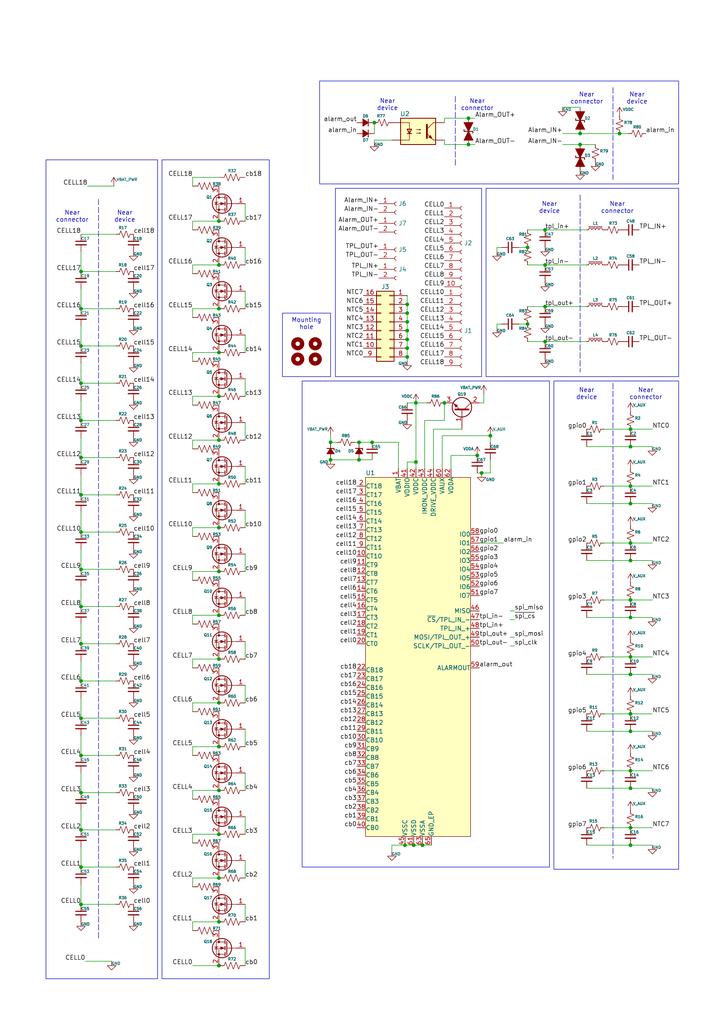
<source format=kicad_sch>
(kicad_sch (version 20231120) (generator "eeschema") (generator_version "8.0")
  (paper "A4" portrait)
  (title_block (title "Cell Management Unit") (date "2024-07-20") (rev "v1.0") (comment 1 "Wired") (comment 2 "4 to 18 cells"))
  (junction (at 95.885 133.35))
  (junction (at 63.5 241.935))
  (junction (at 139.7 137.16))
  (junction (at 135.89 34.29))
  (junction (at 120.65 116.84))
  (junction (at 63.5 216.535))
  (junction (at 118.11 93.345))
  (junction (at 182.88 190.5))
  (junction (at 23.495 78.74))
  (junction (at 23.495 208.28))
  (junction (at 118.11 88.265))
  (junction (at 63.5 191.135))
  (junction (at 158.115 88.9))
  (junction (at 23.495 219.075))
  (junction (at 128.905 116.84))
  (junction (at 118.11 100.965))
  (junction (at 23.495 229.87))
  (junction (at 182.88 240.03))
  (junction (at 23.495 132.715))
  (junction (at 182.88 157.48))
  (junction (at 23.495 186.69))
  (junction (at 63.5 165.735))
  (junction (at 135.89 41.91))
  (junction (at 182.88 124.46))
  (junction (at 63.5 280.035))
  (junction (at 63.5 127.635))
  (junction (at 182.88 173.99))
  (junction (at 63.5 102.235))
  (junction (at 158.115 99.06))
  (junction (at 182.88 212.09))
  (junction (at 23.495 197.485))
  (junction (at 63.5 203.835))
  (junction (at 120.65 133.985))
  (junction (at 158.115 66.675))
  (junction (at 63.5 76.835))
  (junction (at 23.495 175.895))
  (junction (at 23.495 111.125))
  (junction (at 104.14 128.27))
  (junction (at 118.11 103.505))
  (junction (at 63.5 64.135))
  (junction (at 23.495 251.46))
  (junction (at 23.495 89.535))
  (junction (at 117.475 245.11))
  (junction (at 63.5 254.635))
  (junction (at 168.275 41.91))
  (junction (at 118.11 98.425))
  (junction (at 182.88 228.6))
  (junction (at 23.495 100.33))
  (junction (at 63.5 140.335))
  (junction (at 122.555 245.11))
  (junction (at 63.5 89.535))
  (junction (at 63.5 153.035))
  (junction (at 95.885 128.27))
  (junction (at 182.88 223.52))
  (junction (at 179.705 38.735))
  (junction (at 63.5 114.935))
  (junction (at 153.035 71.755))
  (junction (at 182.88 140.97))
  (junction (at 23.495 154.305))
  (junction (at 168.275 38.735))
  (junction (at 23.495 165.1))
  (junction (at 107.95 128.27))
  (junction (at 63.5 267.335))
  (junction (at 23.495 262.255))
  (junction (at 153.035 93.98))
  (junction (at 118.11 95.885))
  (junction (at 182.88 245.11))
  (junction (at 108.585 35.56))
  (junction (at 104.14 133.35))
  (junction (at 120.015 245.11))
  (junction (at 142.24 126.365))
  (junction (at 118.11 90.805))
  (junction (at 182.88 129.54))
  (junction (at 23.495 143.51))
  (junction (at 23.495 240.665))
  (junction (at 182.88 207.01))
  (junction (at 23.495 121.92))
  (junction (at 182.88 162.56))
  (junction (at 138.43 132.08))
  (junction (at 182.88 195.58))
  (junction (at 158.115 76.835))
  (junction (at 182.88 179.07))
  (junction (at 63.5 229.235))
  (junction (at 182.88 146.05))
  (junction (at 63.5 178.435))
  (wire (pts (xy 125.73 124.46) (xy 125.73 135.89)))
  (wire (pts (xy 113.665 245.11) (xy 113.665 247.015)))
  (wire (pts (xy 23.495 245.745) (xy 23.495 251.46)))
  (wire (pts (xy 182.88 140.97) (xy 189.23 140.97)))
  (wire (pts (xy 140.335 114.3) (xy 140.335 116.84)))
  (wire (pts (xy 23.495 256.54) (xy 23.495 262.255)))
  (wire (pts (xy 33.655 219.075) (xy 23.495 219.075)))
  (wire (pts (xy 175.26 223.52) (xy 182.88 223.52)))
  (wire (pts (xy 71.12 186.055) (xy 71.12 191.135)))
  (wire (pts (xy 147.955 177.165) (xy 149.225 177.165)))
  (wire (pts (xy 123.19 135.89) (xy 123.19 121.92)))
  (wire (pts (xy 63.5 254.635) (xy 55.88 254.635)))
  (wire (pts (xy 55.88 267.335) (xy 55.88 269.875)))
  (wire (pts (xy 170.18 195.58) (xy 182.88 195.58)))
  (wire (pts (xy 24.765 278.765) (xy 32.385 278.765)))
  (wire (pts (xy 23.495 202.565) (xy 23.495 208.28)))
  (wire (pts (xy 140.335 116.84) (xy 139.065 116.84)))
  (wire (pts (xy 117.475 245.11) (xy 113.665 245.11)))
  (wire (pts (xy 33.655 154.305) (xy 23.495 154.305)))
  (wire (pts (xy 175.26 173.99) (xy 182.88 173.99)))
  (wire (pts (xy 182.245 38.735) (xy 179.705 38.735)))
  (wire (pts (xy 71.12 84.455) (xy 71.12 89.535)))
  (wire (pts (xy 189.23 228.6) (xy 182.88 228.6)))
  (wire (pts (xy 147.955 179.705) (xy 149.225 179.705)))
  (wire (pts (xy 182.88 240.03) (xy 189.23 240.03)))
  (wire (pts (xy 55.88 241.935) (xy 55.88 244.475)))
  (wire (pts (xy 125.095 245.11) (xy 122.555 245.11)))
  (wire (pts (xy 128.905 40.64) (xy 128.905 41.91)))
  (wire (pts (xy 33.655 100.33) (xy 23.495 100.33)))
  (wire (pts (xy 170.18 228.6) (xy 182.88 228.6)))
  (wire (pts (xy 23.495 73.025) (xy 23.495 78.74)))
  (wire (pts (xy 71.12 122.555) (xy 71.12 127.635)))
  (wire (pts (xy 63.5 102.235) (xy 55.88 102.235)))
  (wire (pts (xy 128.27 126.365) (xy 128.27 135.89)))
  (wire (pts (xy 118.11 104.775) (xy 118.11 103.505)))
  (wire (pts (xy 33.655 121.92) (xy 23.495 121.92)))
  (wire (pts (xy 63.5 127.635) (xy 55.88 127.635)))
  (wire (pts (xy 95.885 133.35) (xy 104.14 133.35)))
  (wire (pts (xy 189.23 179.07) (xy 182.88 179.07)))
  (wire (pts (xy 23.495 137.795) (xy 23.495 143.51)))
  (wire (pts (xy 63.5 153.035) (xy 55.88 153.035)))
  (wire (pts (xy 33.655 78.74) (xy 23.495 78.74)))
  (wire (pts (xy 142.24 137.16) (xy 142.24 133.35)))
  (wire (pts (xy 55.88 203.835) (xy 55.88 206.375)))
  (wire (pts (xy 71.12 262.255) (xy 71.12 267.335)))
  (wire (pts (xy 71.12 173.355) (xy 71.12 178.435)))
  (wire (pts (xy 122.555 245.11) (xy 120.015 245.11)))
  (wire (pts (xy 63.5 178.435) (xy 55.88 178.435)))
  (wire (pts (xy 170.18 245.11) (xy 182.88 245.11)))
  (wire (pts (xy 182.88 207.01) (xy 189.23 207.01)))
  (wire (pts (xy 33.655 262.255) (xy 23.495 262.255)))
  (wire (pts (xy 135.89 41.91) (xy 137.795 41.91)))
  (wire (pts (xy 147.955 187.325) (xy 149.225 187.325)))
  (wire (pts (xy 128.905 34.29) (xy 135.89 34.29)))
  (wire (pts (xy 55.88 153.035) (xy 55.88 155.575)))
  (wire (pts (xy 71.12 249.555) (xy 71.12 254.635)))
  (wire (pts (xy 71.12 224.155) (xy 71.12 229.235)))
  (wire (pts (xy 102.87 128.27) (xy 104.14 128.27)))
  (wire (pts (xy 182.88 173.99) (xy 189.23 173.99)))
  (polyline (pts (xy 168.275 56.515) (xy 168.275 107.95)) (stroke (width 0) (type dash)))
  (polyline (pts (xy 28.575 57.785) (xy 28.575 272.415)) (stroke (width 0) (type dash)))
  (wire (pts (xy 55.88 267.335) (xy 63.5 267.335)))
  (wire (pts (xy 118.11 95.885) (xy 118.11 98.425)))
  (wire (pts (xy 63.5 64.135) (xy 55.88 64.135)))
  (wire (pts (xy 33.655 143.51) (xy 23.495 143.51)))
  (wire (pts (xy 23.495 170.18) (xy 23.495 175.895)))
  (wire (pts (xy 55.88 216.535) (xy 55.88 219.075)))
  (wire (pts (xy 118.11 103.505) (xy 118.11 100.965)))
  (wire (pts (xy 63.5 76.835) (xy 55.88 76.835)))
  (wire (pts (xy 153.035 99.06) (xy 158.115 99.06)))
  (wire (pts (xy 118.11 93.345) (xy 118.11 95.885)))
  (wire (pts (xy 71.12 147.955) (xy 71.12 153.035)))
  (wire (pts (xy 23.495 180.975) (xy 23.495 186.69)))
  (wire (pts (xy 170.18 212.09) (xy 182.88 212.09)))
  (wire (pts (xy 23.495 213.36) (xy 23.495 219.075)))
  (wire (pts (xy 175.26 240.03) (xy 182.88 240.03)))
  (wire (pts (xy 23.495 191.77) (xy 23.495 197.485)))
  (wire (pts (xy 163.195 31.115) (xy 168.275 31.115)))
  (wire (pts (xy 175.26 207.01) (xy 182.88 207.01)))
  (wire (pts (xy 55.88 76.835) (xy 55.88 79.375)))
  (wire (pts (xy 175.26 140.97) (xy 182.88 140.97)))
  (wire (pts (xy 120.65 116.84) (xy 123.825 116.84)))
  (wire (pts (xy 120.65 133.985) (xy 118.11 133.985)))
  (wire (pts (xy 150.495 71.755) (xy 153.035 71.755)))
  (wire (pts (xy 63.5 140.335) (xy 55.88 140.335)))
  (wire (pts (xy 104.14 128.27) (xy 107.95 128.27)))
  (wire (pts (xy 130.81 132.08) (xy 130.81 135.89)))
  (wire (pts (xy 63.5 191.135) (xy 55.88 191.135)))
  (wire (pts (xy 128.905 121.92) (xy 128.905 116.84)))
  (wire (pts (xy 95.885 128.27) (xy 97.79 128.27)))
  (wire (pts (xy 138.43 137.16) (xy 139.7 137.16)))
  (wire (pts (xy 163.195 38.735) (xy 168.275 38.735)))
  (wire (pts (xy 63.5 216.535) (xy 55.88 216.535)))
  (wire (pts (xy 118.11 98.425) (xy 118.11 100.965)))
  (wire (pts (xy 118.11 116.84) (xy 120.65 116.84)))
  (wire (pts (xy 63.5 229.235) (xy 55.88 229.235)))
  (wire (pts (xy 139.065 157.48) (xy 146.05 157.48)))
  (wire (pts (xy 168.275 41.91) (xy 172.72 41.91)))
  (wire (pts (xy 55.88 64.135) (xy 55.88 66.675)))
  (wire (pts (xy 175.26 190.5) (xy 182.88 190.5)))
  (wire (pts (xy 135.89 34.29) (xy 137.795 34.29)))
  (wire (pts (xy 182.88 190.5) (xy 189.23 190.5)))
  (wire (pts (xy 71.12 160.655) (xy 71.12 165.735)))
  (wire (pts (xy 158.115 76.835) (xy 170.18 76.835)))
  (wire (pts (xy 138.43 132.08) (xy 130.81 132.08)))
  (wire (pts (xy 144.145 95.25) (xy 144.145 93.98)))
  (wire (pts (xy 71.12 211.455) (xy 71.12 216.535)))
  (wire (pts (xy 55.88 140.335) (xy 55.88 142.875)))
  (wire (pts (xy 23.495 94.615) (xy 23.495 100.33)))
  (wire (pts (xy 71.12 236.855) (xy 71.12 241.935)))
  (wire (pts (xy 175.26 124.46) (xy 182.88 124.46)))
  (wire (pts (xy 118.11 85.725) (xy 118.11 88.265)))
  (wire (pts (xy 95.885 126.365) (xy 95.885 128.27)))
  (wire (pts (xy 133.985 124.46) (xy 125.73 124.46)))
  (wire (pts (xy 63.5 165.735) (xy 55.88 165.735)))
  (wire (pts (xy 182.88 157.48) (xy 189.23 157.48)))
  (wire (pts (xy 158.115 99.06) (xy 170.18 99.06)))
  (wire (pts (xy 182.88 124.46) (xy 189.23 124.46)))
  (wire (pts (xy 33.655 251.46) (xy 23.495 251.46)))
  (wire (pts (xy 63.5 203.835) (xy 55.88 203.835)))
  (wire (pts (xy 153.035 66.675) (xy 158.115 66.675)))
  (wire (pts (xy 170.18 129.54) (xy 182.88 129.54)))
  (wire (pts (xy 33.655 208.28) (xy 23.495 208.28)))
  (wire (pts (xy 33.655 89.535) (xy 23.495 89.535)))
  (wire (pts (xy 71.12 274.955) (xy 71.12 280.035)))
  (wire (pts (xy 128.905 41.91) (xy 135.89 41.91)))
  (wire (pts (xy 55.88 89.535) (xy 55.88 92.075)))
  (wire (pts (xy 33.655 186.69) (xy 23.495 186.69)))
  (wire (pts (xy 63.5 51.435) (xy 55.88 51.435)))
  (wire (pts (xy 118.11 135.89) (xy 118.11 133.985)))
  (wire (pts (xy 163.195 41.91) (xy 168.275 41.91)))
  (wire (pts (xy 55.88 102.235) (xy 55.88 104.775)))
  (wire (pts (xy 33.655 240.665) (xy 23.495 240.665)))
  (wire (pts (xy 147.955 184.785) (xy 149.225 184.785)))
  (wire (pts (xy 71.12 109.855) (xy 71.12 114.935)))
  (wire (pts (xy 139.7 137.16) (xy 142.24 137.16)))
  (wire (pts (xy 33.655 229.87) (xy 23.495 229.87)))
  (wire (pts (xy 23.495 127) (xy 23.495 132.715)))
  (wire (pts (xy 170.18 179.07) (xy 182.88 179.07)))
  (wire (pts (xy 189.23 146.05) (xy 182.88 146.05)))
  (wire (pts (xy 123.19 121.92) (xy 128.905 121.92)))
  (wire (pts (xy 170.18 162.56) (xy 182.88 162.56)))
  (wire (pts (xy 108.585 35.56) (xy 108.585 38.735)))
  (wire (pts (xy 189.23 195.58) (xy 182.88 195.58)))
  (wire (pts (xy 55.88 178.435) (xy 55.88 180.975)))
  (wire (pts (xy 104.14 133.35) (xy 107.95 133.35)))
  (wire (pts (xy 175.26 157.48) (xy 182.88 157.48)))
  (wire (pts (xy 25.4 53.975) (xy 33.02 53.975)))
  (wire (pts (xy 33.655 67.945) (xy 23.495 67.945)))
  (wire (pts (xy 128.905 35.56) (xy 128.905 34.29)))
  (wire (pts (xy 115.57 128.27) (xy 115.57 135.89)))
  (wire (pts (xy 23.495 234.95) (xy 23.495 240.665)))
  (wire (pts (xy 55.88 229.235) (xy 55.88 231.775)))
  (wire (pts (xy 168.275 38.735) (xy 179.705 38.735)))
  (wire (pts (xy 120.65 135.89) (xy 120.65 133.985)))
  (wire (pts (xy 55.88 114.935) (xy 55.88 117.475)))
  (wire (pts (xy 108.585 40.64) (xy 108.585 41.275)))
  (wire (pts (xy 33.655 111.125) (xy 23.495 111.125)))
  (wire (pts (xy 107.95 128.27) (xy 115.57 128.27)))
  (wire (pts (xy 55.88 165.735) (xy 55.88 168.275)))
  (wire (pts (xy 23.495 83.82) (xy 23.495 89.535)))
  (wire (pts (xy 55.88 51.435) (xy 55.88 53.975)))
  (wire (pts (xy 118.11 88.265) (xy 118.11 90.805)))
  (wire (pts (xy 23.495 148.59) (xy 23.495 154.305)))
  (wire (pts (xy 71.12 59.055) (xy 71.12 64.135)))
  (wire (pts (xy 23.495 224.155) (xy 23.495 229.87)))
  (wire (pts (xy 33.655 197.485) (xy 23.495 197.485)))
  (wire (pts (xy 71.12 135.255) (xy 71.12 140.335)))
  (polyline (pts (xy 132.08 27.94) (xy 132.08 48.26)) (stroke (width 0) (type dash)))
  (wire (pts (xy 23.495 105.41) (xy 23.495 111.125)))
  (wire (pts (xy 55.88 254.635) (xy 55.88 257.175)))
  (wire (pts (xy 158.115 66.675) (xy 170.18 66.675)))
  (wire (pts (xy 120.65 133.985) (xy 120.65 116.84)))
  (wire (pts (xy 23.495 116.205) (xy 23.495 121.92)))
  (wire (pts (xy 182.88 223.52) (xy 189.23 223.52)))
  (wire (pts (xy 144.145 71.755) (xy 145.415 71.755)))
  (wire (pts (xy 71.12 97.155) (xy 71.12 102.235)))
  (wire (pts (xy 113.665 40.64) (xy 108.585 40.64)))
  (wire (pts (xy 189.23 162.56) (xy 182.88 162.56)))
  (polyline (pts (xy 177.8 25.4) (xy 177.8 52.07)) (stroke (width 0) (type dash)))
  (wire (pts (xy 120.015 245.11) (xy 117.475 245.11)))
  (wire (pts (xy 63.5 89.535) (xy 55.88 89.535)))
  (wire (pts (xy 55.88 191.135) (xy 55.88 193.675)))
  (wire (pts (xy 153.035 88.9) (xy 158.115 88.9)))
  (polyline (pts (xy 177.8 111.125) (xy 177.8 248.92)) (stroke (width 0) (type dash)))
  (wire (pts (xy 33.655 132.715) (xy 23.495 132.715)))
  (wire (pts (xy 142.24 128.27) (xy 142.24 126.365)))
  (wire (pts (xy 158.115 88.9) (xy 170.18 88.9)))
  (wire (pts (xy 144.145 93.98) (xy 145.415 93.98)))
  (wire (pts (xy 189.23 245.11) (xy 182.88 245.11)))
  (wire (pts (xy 170.18 146.05) (xy 182.88 146.05)))
  (wire (pts (xy 33.655 175.895) (xy 23.495 175.895)))
  (wire (pts (xy 33.655 165.1) (xy 23.495 165.1)))
  (wire (pts (xy 55.88 280.035) (xy 63.5 280.035)))
  (wire (pts (xy 71.12 71.755) (xy 71.12 76.835)))
  (wire (pts (xy 144.145 73.025) (xy 144.145 71.755)))
  (wire (pts (xy 23.495 159.385) (xy 23.495 165.1)))
  (wire (pts (xy 63.5 114.935) (xy 55.88 114.935)))
  (wire (pts (xy 63.5 241.935) (xy 55.88 241.935)))
  (wire (pts (xy 189.23 129.54) (xy 182.88 129.54)))
  (wire (pts (xy 189.23 212.09) (xy 182.88 212.09)))
  (wire (pts (xy 150.495 93.98) (xy 153.035 93.98)))
  (wire (pts (xy 71.12 198.755) (xy 71.12 203.835)))
  (wire (pts (xy 118.11 90.805) (xy 118.11 93.345)))
  (wire (pts (xy 153.035 76.835) (xy 158.115 76.835)))
  (wire (pts (xy 142.24 126.365) (xy 128.27 126.365)))
  (wire (pts (xy 55.88 127.635) (xy 55.88 130.175)))
  (rectangle (start 92.71 23.495) (end 196.85 53.34))
  (rectangle (start 160.655 110.49) (end 196.85 252.095))
  (rectangle (start 46.99 46.355) (end 78.105 283.845))
  (rectangle (start 87.63 110.49) (end 159.385 251.46))
  (rectangle (start 81.915 90.805) (end 95.885 109.22))
  (rectangle (start 140.97 54.61) (end 196.85 109.22))
  (rectangle (start 13.335 46.355) (end 45.72 283.845))
  (rectangle (start 97.282 54.61) (end 139.7 109.22))
  (text "Near\nconnector" (at 138.43 30.48 0) (effects (font (size 1.27 1.27))))
  (text "Near\nconnector" (at 170.18 28.575 0) (effects (font (size 1.27 1.27))))
  (text "Near\ndevice" (at 112.395 30.48 0) (effects (font (size 1.27 1.27))))
  (text "Near\ndevice" (at 184.785 28.575 0) (effects (font (size 1.27 1.27))))
  (text "Mounting\nhole" (at 88.9 93.98 0) (effects (font (size 1.27 1.27))))
  (text "Near\nconnector" (at 179.07 60.325 0) (effects (font (size 1.27 1.27))))
  (text "Near\ndevice" (at 159.385 60.325 0) (effects (font (size 1.27 1.27))))
  (text "Near\nconnector" (at 187.325 114.3 0) (effects (font (size 1.27 1.27))))
  (text "Near\ndevice" (at 170.18 114.3 0) (effects (font (size 1.27 1.27))))
  (text "Near\nconnector" (at 20.955 62.865 0) (effects (font (size 1.27 1.27))))
  (text "Near\ndevice" (at 36.195 62.865 0) (effects (font (size 1.27 1.27))))
  (label "gpio6" (at 139.065 170.18 0))
  (label "cb10" (at 103.505 214.63 180))
  (label "cell18" (at 38.735 67.945 0))
  (label "gpio5" (at 170.18 207.01 180))
  (label "cell4" (at 103.505 176.53 180))
  (label "CELL5" (at 128.905 73.025 180))
  (label "CELL7" (at 23.495 186.69 180))
  (label "CELL11" (at 23.495 143.51 180))
  (label "cell11" (at 103.505 158.75 180))
  (label "NTC4" (at 105.41 93.345 180))
  (label "Alarm_OUT-" (at 137.795 41.91 0))
  (label "gpio0" (at 170.18 124.46 180))
  (label "CELL15" (at 23.495 100.33 180))
  (label "TPL_OUT+" (at 109.855 72.39 180))
  (label "tpl_out+" (at 158.115 88.9 0))
  (label "CELL16" (at 55.88 76.835 180))
  (label "cb9" (at 71.12 165.735 0))
  (label "cb0" (at 71.12 280.035 0))
  (label "CELL13" (at 23.495 121.92 180))
  (label "cell17" (at 103.505 143.51 180))
  (label "cell15" (at 103.505 148.59 180))
  (label "cell12" (at 38.735 132.715 0))
  (label "NTC2" (at 105.41 98.425 180))
  (label "tpl_out+" (at 139.065 184.785 0))
  (label "NTC2" (at 189.23 157.48 0))
  (label "CELL5" (at 55.88 216.535 180))
  (label "Alarm_OUT+" (at 109.855 64.77 180))
  (label "cell7" (at 103.505 168.91 180))
  (label "cell17" (at 38.735 78.74 0))
  (label "cell3" (at 103.505 179.07 180))
  (label "CELL12" (at 23.495 132.715 180))
  (label "CELL17" (at 128.905 103.505 180))
  (label "cell6" (at 38.735 197.485 0))
  (label "~{spi_cs}" (at 149.225 179.705 0))
  (label "CELL0" (at 55.88 280.035 180))
  (label "CELL13" (at 55.88 114.935 180))
  (label "cb18" (at 103.505 194.31 180))
  (label "NTC7" (at 105.41 85.725 180))
  (label "spi_clk" (at 149.225 187.325 0))
  (label "cell16" (at 103.505 146.05 180))
  (label "CELL12" (at 128.905 90.805 180))
  (label "Alarm_IN+" (at 109.855 59.055 180))
  (label "cell2" (at 38.735 240.665 0))
  (label "CELL6" (at 55.88 203.835 180))
  (label "CELL2" (at 128.905 65.405 180))
  (label "cb15" (at 71.12 89.535 0))
  (label "cell10" (at 38.735 154.305 0))
  (label "cb5" (at 103.505 227.33 180))
  (label "CELL2" (at 55.88 254.635 180))
  (label "cb11" (at 103.505 212.09 180))
  (label "cb0" (at 103.505 240.03 180))
  (label "cell6" (at 103.505 171.45 180))
  (label "CELL7" (at 55.88 191.135 180))
  (label "NTC1" (at 105.41 100.965 180))
  (label "cb16" (at 103.505 199.39 180))
  (label "cb6" (at 71.12 203.835 0))
  (label "cell0" (at 38.735 262.255 0))
  (label "spi_miso" (at 149.225 177.165 0))
  (label "CELL17" (at 23.495 78.74 180))
  (label "Alarm_OUT+" (at 137.795 34.29 0))
  (label "CELL10" (at 23.495 154.305 180))
  (label "cb3" (at 71.12 241.935 0))
  (label "cell13" (at 38.735 121.92 0))
  (label "alarm_in" (at 103.505 38.735 180))
  (label "cell15" (at 38.735 100.33 0))
  (label "gpio2" (at 170.18 157.48 180))
  (label "NTC1" (at 189.23 140.97 0))
  (label "NTC4" (at 189.23 190.5 0))
  (label "gpio4" (at 170.18 190.5 180))
  (label "TPL_IN+" (at 109.855 78.105 180))
  (label "CELL0" (at 24.765 278.765 180))
  (label "CELL16" (at 23.495 89.535 180))
  (label "CELL1" (at 55.88 267.335 180))
  (label "NTC3" (at 105.41 95.885 180))
  (label "cb2" (at 71.12 254.635 0))
  (label "NTC0" (at 105.41 103.505 180))
  (label "cell14" (at 38.735 111.125 0))
  (label "cell9" (at 38.735 165.1 0))
  (label "cell14" (at 103.505 151.13 180))
  (label "cell2" (at 103.505 181.61 180))
  (label "CELL9" (at 55.88 165.735 180))
  (label "TPL_IN-" (at 185.42 76.835 0))
  (label "cb13" (at 71.12 114.935 0))
  (label "cell7" (at 38.735 186.69 0))
  (label "Alarm_IN-" (at 109.855 61.595 180))
  (label "gpio5" (at 139.065 167.64 0))
  (label "NTC5" (at 105.41 90.805 180))
  (label "cb9" (at 103.505 217.17 180))
  (label "cb17" (at 103.505 196.85 180))
  (label "cb2" (at 103.505 234.95 180))
  (label "gpio4" (at 139.065 165.1 0))
  (label "CELL2" (at 23.495 240.665 180))
  (label "CELL4" (at 128.905 70.485 180))
  (label "CELL10" (at 128.905 85.725 180))
  (label "NTC0" (at 189.23 124.46 0))
  (label "CELL16" (at 128.905 100.965 180))
  (label "CELL18" (at 128.905 106.045 180))
  (label "cb14" (at 71.12 102.235 0))
  (label "gpio3" (at 139.065 162.56 0))
  (label "CELL6" (at 23.495 197.485 180))
  (label "spi_mosi" (at 149.225 184.785 0))
  (label "cb16" (at 71.12 76.835 0))
  (label "cell0" (at 103.505 186.69 180))
  (label "gpio7" (at 139.065 172.72 0))
  (label "CELL11" (at 128.905 88.265 180))
  (label "alarm_out" (at 139.065 193.675 0))
  (label "gpio0" (at 139.065 154.94 0))
  (label "cb7" (at 103.505 222.25 180))
  (label "cb12" (at 71.12 127.635 0))
  (label "cb8" (at 71.12 178.435 0))
  (label "CELL3" (at 23.495 229.87 180))
  (label "gpio1" (at 170.18 140.97 180))
  (label "NTC5" (at 189.23 207.01 0))
  (label "cb14" (at 103.505 204.47 180))
  (label "cb7" (at 71.12 191.135 0))
  (label "CELL0" (at 128.905 60.325 180))
  (label "cell3" (at 38.735 229.87 0))
  (label "cb18" (at 71.12 51.435 0))
  (label "CELL9" (at 128.905 83.185 180))
  (label "TPL_OUT-" (at 185.42 99.06 0))
  (label "tpl_in-" (at 139.065 179.705 0))
  (label "cb4" (at 71.12 229.235 0))
  (label "CELL10" (at 55.88 153.035 180))
  (label "cb6" (at 103.505 224.79 180))
  (label "tpl_in+" (at 139.065 182.245 0))
  (label "tpl_out-" (at 158.115 99.06 0))
  (label "TPL_OUT-" (at 109.855 74.93 180))
  (label "alarm_in" (at 146.05 157.48 0))
  (label "cell8" (at 38.735 175.895 0))
  (label "CELL9" (at 23.495 165.1 180))
  (label "TPL_OUT+" (at 185.42 88.9 0))
  (label "CELL8" (at 128.905 80.645 180))
  (label "NTC3" (at 189.23 173.99 0))
  (label "cell13" (at 103.505 153.67 180))
  (label "cb11" (at 71.12 140.335 0))
  (label "CELL12" (at 55.88 127.635 180))
  (label "cb1" (at 71.12 267.335 0))
  (label "cb10" (at 71.12 153.035 0))
  (label "gpio1" (at 139.065 157.48 0))
  (label "TPL_IN-" (at 109.855 80.645 180))
  (label "cell16" (at 38.735 89.535 0))
  (label "NTC6" (at 189.23 223.52 0))
  (label "cell4" (at 38.735 219.075 0))
  (label "cell5" (at 38.735 208.28 0))
  (label "CELL8" (at 55.88 178.435 180))
  (label "gpio3" (at 170.18 173.99 180))
  (label "cell10" (at 103.505 161.29 180))
  (label "tpl_in-" (at 158.115 76.835 0))
  (label "alarm_out" (at 103.505 35.56 180))
  (label "CELL7" (at 128.905 78.105 180))
  (label "alarm_in" (at 187.325 38.735 0))
  (label "CELL4" (at 55.88 229.235 180))
  (label "CELL1" (at 128.905 62.865 180))
  (label "gpio6" (at 170.18 223.52 180))
  (label "CELL18" (at 23.495 67.945 180))
  (label "CELL1" (at 23.495 251.46 180))
  (label "cell9" (at 103.505 163.83 180))
  (label "TPL_IN+" (at 185.42 66.675 0))
  (label "Alarm_IN+" (at 163.195 38.735 180))
  (label "cb12" (at 103.505 209.55 180))
  (label "CELL5" (at 23.495 208.28 180))
  (label "tpl_out-" (at 139.065 187.325 0))
  (label "CELL14" (at 128.905 95.885 180))
  (label "cb15" (at 103.505 201.93 180))
  (label "NTC6" (at 105.41 88.265 180))
  (label "CELL15" (at 55.88 89.535 180))
  (label "cell18" (at 103.505 140.97 180))
  (label "cell8" (at 103.505 166.37 180))
  (label "CELL11" (at 55.88 140.335 180))
  (label "cb13" (at 103.505 207.01 180))
  (label "cell11" (at 38.735 143.51 0))
  (label "CELL18" (at 55.88 51.435 180))
  (label "cell5" (at 103.505 173.99 180))
  (label "cb8" (at 103.505 219.71 180))
  (label "CELL3" (at 128.905 67.945 180))
  (label "CELL3" (at 55.88 241.935 180))
  (label "cb3" (at 103.505 232.41 180))
  (label "cell1" (at 103.505 184.15 180))
  (label "CELL14" (at 55.88 102.235 180))
  (label "CELL17" (at 55.88 64.135 180))
  (label "cb1" (at 103.505 237.49 180))
  (label "gpio7" (at 170.18 240.03 180))
  (label "CELL8" (at 23.495 175.895 180))
  (label "CELL18" (at 25.4 53.975 180))
  (label "cb5" (at 71.12 216.535 0))
  (label "cell12" (at 103.505 156.21 180))
  (label "cb4" (at 103.505 229.87 180))
  (label "cell1" (at 38.735 251.46 0))
  (label "CELL15" (at 128.905 98.425 180))
  (label "NTC7" (at 189.23 240.03 0))
  (label "CELL0" (at 23.495 262.255 180))
  (label "Alarm_IN-" (at 163.195 41.91 180))
  (label "CELL13" (at 128.905 93.345 180))
  (label "tpl_in+" (at 158.115 66.675 0))
  (label "gpio2" (at 139.065 160.02 0))
  (label "cb17" (at 71.12 64.135 0))
  (label "CELL6" (at 128.905 75.565 180))
  (label "CELL14" (at 23.495 111.125 180))
  (label "Alarm_OUT-" (at 109.855 67.31 180))
  (label "CELL4" (at 23.495 219.075 180))
  (symbol (lib_id "power:GND") (at 189.23 212.09 0) (unit 1)
    (property "Reference" "#PWR012" (effects (hide yes)))
    (property "Value" "GND" (at 190.5 212.725 0) (effects (font (size 0.8 0.8))))
    (property "Description" "Power symbol creates a global label with name \"GND\" , ground" (effects (hide yes)))
  )
  (symbol (lib_id "Device:C_Small") (at 147.955 93.98 90) (unit 1)
    (property "Reference" "C64" (at 149.225 91.44 90) (effects (font (size 0.8 0.8)) (justify left)))
    (property "Value" "10nF 10V 0402" (effects (hide yes)))
    (property "Footprint" "Capacitor_SMD:C_0402_1005Metric" (effects (hide yes)))
    (property "Description" "Unpolarized capacitor, small symbol" (effects (hide yes)))
  )
  (symbol (lib_id "Device:D_Small_Filled") (at 106.045 35.56 180) (unit 1)
    (property "Reference" "D6" (at 106.045 33.655 0) (effects (font (size 0.8 0.8))))
    (property "Value" "Vbreakdown = 10V" (effects (hide yes)))
    (property "Footprint" "Diode_SMD:D_SOD-323" (effects (hide yes)))
    (property "Description" "Diode, small symbol, filled shape" (effects (hide yes)))
    (property "Sim.Device" "D" (effects (hide yes)))
    (property "Sim.Pins" "1=K 2=A" (effects (hide yes)))
  )
  (symbol (lib_id "Device:R_US") (at 67.31 127.635 90) (unit 1)
    (property "Reference" "R48" (at 67.31 125.73 90) (effects (font (size 0.8 0.8))))
    (property "Value" "47E 0.25W 0603" (effects (hide yes)))
    (property "Footprint" "Resistor_SMD:R_0603_1608Metric" (effects (hide yes)))
    (property "Description" "Resistor, US symbol" (effects (hide yes)))
  )
  (symbol (lib_id "power:GND") (at 158.115 81.915 0) (unit 1)
    (property "Reference" "#PWR039" (effects (hide yes)))
    (property "Value" "GND" (at 159.385 82.55 0) (effects (font (size 0.8 0.8))))
    (property "Description" "Power symbol creates a global label with name \"GND\" , ground" (effects (hide yes)))
  )
  (symbol (lib_id "Device:R_US") (at 67.31 89.535 90) (unit 1)
    (property "Reference" "R42" (at 67.31 87.63 90) (effects (font (size 0.8 0.8))))
    (property "Value" "47E 0.25W 0603" (effects (hide yes)))
    (property "Footprint" "Resistor_SMD:R_0603_1608Metric" (effects (hide yes)))
    (property "Description" "Resistor, US symbol" (effects (hide yes)))
  )
  (symbol (lib_id "Device:C_Small") (at 182.88 160.02 0) (unit 1)
    (property "Reference" "C6" (at 182.88 158.75 0) (effects (font (size 0.8 0.8)) (justify left)))
    (property "Value" "47nF 10V 0402" (effects (hide yes)))
    (property "Footprint" "Capacitor_SMD:C_0402_1005Metric" (effects (hide yes)))
    (property "Description" "Unpolarized capacitor, small symbol" (effects (hide yes)))
  )
  (symbol (lib_id "Device:L_Ferrite_Small") (at 172.72 99.06 90) (unit 1)
    (property "Reference" "L4" (at 172.72 97.155 90) (effects (font (size 0.8 0.8))))
    (property "Value" "470E" (effects (hide yes)))
    (property "Footprint" "Inductor_SMD:L_0805_2012Metric" (effects (hide yes)))
    (property "Description" "Inductor with ferrite core, small symbol" (effects (hide yes)))
  )
  (symbol (lib_id "power:GND") (at 158.115 104.14 0) (unit 1)
    (property "Reference" "#PWR041" (effects (hide yes)))
    (property "Value" "GND" (at 159.385 104.775 0) (effects (font (size 0.8 0.8))))
    (property "Description" "Power symbol creates a global label with name \"GND\" , ground" (effects (hide yes)))
  )
  (symbol (lib_id "Device:C_Small") (at 158.115 91.44 0) (unit 1)
    (property "Reference" "C59" (at 158.115 90.17 0) (effects (font (size 0.8 0.8)) (justify left)))
    (property "Value" "220pF 10V 0402" (effects (hide yes)))
    (property "Footprint" "Capacitor_SMD:C_0402_1005Metric" (effects (hide yes)))
    (property "Description" "Unpolarized capacitor, small symbol" (effects (hide yes)))
  )
  (symbol (lib_id "power:GND") (at 113.665 247.015 0) (unit 1)
    (property "Reference" "#PWR032" (effects (hide yes)))
    (property "Value" "GND" (at 114.935 247.65 0) (effects (font (size 0.8 0.8))))
    (property "Description" "Power symbol creates a global label with name \"GND\" , ground" (effects (hide yes)))
  )
  (symbol (lib_id "Device:R_Small_US") (at 184.785 38.735 90) (unit 1)
    (property "Reference" "R80" (at 186.055 36.83 90) (effects (font (size 0.8 0.8)) (justify left)))
    (property "Value" "5K 0.0625W 0402" (effects (hide yes)))
    (property "Footprint" "Resistor_SMD:R_0402_1005Metric" (effects (hide yes)))
    (property "Description" "Resistor, small US symbol" (effects (hide yes)))
  )
  (symbol (lib_id "Connector:Conn_01x02_Socket") (at 114.935 78.105 0) (unit 1)
    (property "Reference" "J4" (at 115.57 78.105 0) (effects (justify left)))
    (property "Value" "Conn_01x02_Socket" (effects (hide yes)))
    (property "Footprint" "Connector_Molex:Molex_Micro-Fit_3.0_43650-0200_1x02_P3.00mm_Horizontal" (effects (hide yes)))
    (property "Description" "Generic connector, single row, 01x02, script generated" (effects (hide yes)))
  )
  (symbol (lib_id "Device:R_US") (at 67.31 165.735 90) (unit 1)
    (property "Reference" "R54" (at 67.31 163.83 90) (effects (font (size 0.8 0.8))))
    (property "Value" "47E 0.25W 0603" (effects (hide yes)))
    (property "Footprint" "Resistor_SMD:R_0603_1608Metric" (effects (hide yes)))
    (property "Description" "Resistor, US symbol" (effects (hide yes)))
  )
  (symbol (lib_id "Device:C_Small") (at 38.735 102.87 0) (unit 1)
    (property "Reference" "C24" (at 38.735 101.6 0) (effects (font (size 0.8 0.8)) (justify left)))
    (property "Value" "47nF 100V 0603" (effects (hide yes)))
    (property "Footprint" "Capacitor_SMD:C_0603_1608Metric" (effects (hide yes)))
    (property "Description" "Unpolarized capacitor, small symbol" (effects (hide yes)))
  )
  (symbol (lib_id "power:GND") (at 189.23 245.11 0) (unit 1)
    (property "Reference" "#PWR016" (effects (hide yes)))
    (property "Value" "GND" (at 190.5 245.745 0) (effects (font (size 0.8 0.8))))
    (property "Description" "Power symbol creates a global label with name \"GND\" , ground" (effects (hide yes)))
  )
  (symbol (lib_id "Device:R_Small_US") (at 153.035 74.295 0) (unit 1)
    (property "Reference" "R82" (at 150.495 73.025 0) (effects (font (size 0.8 0.8)) (justify left)))
    (property "Value" "180E 0.0625W 0402" (effects (hide yes)))
    (property "Footprint" "Resistor_SMD:R_0402_1005Metric" (effects (hide yes)))
    (property "Description" "Resistor, small US symbol" (effects (hide yes)))
  )
  (symbol (lib_id "Device:C_Small") (at 182.88 127 0) (unit 1)
    (property "Reference" "C2" (at 182.88 125.73 0) (effects (font (size 0.8 0.8)) (justify left)))
    (property "Value" "47nF 10V 0402" (effects (hide yes)))
    (property "Footprint" "Capacitor_SMD:C_0402_1005Metric" (effects (hide yes)))
    (property "Description" "Unpolarized capacitor, small symbol" (effects (hide yes)))
  )
  (symbol (lib_id "Device:Q_NMOS_GSD") (at 66.04 59.055 0) (mirror y) (unit 1)
    (property "Reference" "Q1" (at 61.595 57.15 0) (effects (font (size 0.8 0.8)) (justify left)))
    (property "Value" "10V 5A SOT-23" (effects (hide yes)))
    (property "Footprint" "Package_TO_SOT_SMD:SOT-23" (effects (hide yes)))
    (property "Description" "N-MOSFET transistor, gate/source/drain" (effects (hide yes)))
  )
  (symbol (lib_id "Device:C_Small") (at 23.495 189.23 0) (unit 1)
    (property "Reference" "C39" (at 23.495 187.96 0) (effects (font (size 0.8 0.8)) (justify left)))
    (property "Value" "47nF 10V 0402" (effects (hide yes)))
    (property "Footprint" "Capacitor_SMD:C_0402_1005Metric" (effects (hide yes)))
    (property "Description" "Unpolarized capacitor, small symbol" (effects (hide yes)))
  )
  (symbol (lib_id "Device:Q_NMOS_GSD") (at 66.04 249.555 0) (mirror y) (unit 1)
    (property "Reference" "Q16" (at 61.595 247.65 0) (effects (font (size 0.8 0.8)) (justify left)))
    (property "Value" "10V 5A SOT-23" (effects (hide yes)))
    (property "Footprint" "Package_TO_SOT_SMD:SOT-23" (effects (hide yes)))
    (property "Description" "N-MOSFET transistor, gate/source/drain" (effects (hide yes)))
  )
  (symbol (lib_id "Device:R_US") (at 59.69 155.575 90) (unit 1)
    (property "Reference" "R53" (at 62.865 154.94 90) (effects (font (size 0.8 0.8))))
    (property "Value" "4E 5W" (effects (hide yes)))
    (property "Footprint" "Custom_footprints:35503R9JT - TE connectivity" (effects (hide yes)))
    (property "Description" "Resistor, US symbol" (effects (hide yes)))
  )
  (symbol (lib_id "Device:Q_NMOS_GSD") (at 66.04 173.355 0) (mirror y) (unit 1)
    (property "Reference" "Q10" (at 61.595 171.45 0) (effects (font (size 0.8 0.8)) (justify left)))
    (property "Value" "10V 5A SOT-23" (effects (hide yes)))
    (property "Footprint" "Package_TO_SOT_SMD:SOT-23" (effects (hide yes)))
    (property "Description" "N-MOSFET transistor, gate/source/drain" (effects (hide yes)))
  )
  (symbol (lib_id "Device:R_Small_US") (at 36.195 208.28 90) (unit 1)
    (property "Reference" "R30" (at 36.83 206.375 90) (effects (font (size 0.8 0.8)) (justify left)))
    (property "Value" "10K 0.0625W 0402" (effects (hide yes)))
    (property "Footprint" "Resistor_SMD:R_0402_1005Metric" (effects (hide yes)))
    (property "Description" "Resistor, small US symbol" (effects (hide yes)))
  )
  (symbol (lib_id "Device:C_Small") (at 38.735 232.41 0) (unit 1)
    (property "Reference" "C50" (at 38.735 231.14 0) (effects (font (size 0.8 0.8)) (justify left)))
    (property "Value" "47nF 100V 0603" (effects (hide yes)))
    (property "Footprint" "Capacitor_SMD:C_0603_1608Metric" (effects (hide yes)))
    (property "Description" "Unpolarized capacitor, small symbol" (effects (hide yes)))
  )
  (symbol (lib_id "Device:R_US") (at 59.69 117.475 90) (unit 1)
    (property "Reference" "R47" (at 62.865 116.84 90) (effects (font (size 0.8 0.8))))
    (property "Value" "4E 5W" (effects (hide yes)))
    (property "Footprint" "Custom_footprints:35503R9JT - TE connectivity" (effects (hide yes)))
    (property "Description" "Resistor, US symbol" (effects (hide yes)))
  )
  (symbol (lib_id "Device:R_Small_US") (at 153.035 96.52 0) (unit 1)
    (property "Reference" "R84" (at 150.495 95.25 0) (effects (font (size 0.8 0.8)) (justify left)))
    (property "Value" "180E 0.0625W 0402" (effects (hide yes)))
    (property "Footprint" "Resistor_SMD:R_0402_1005Metric" (effects (hide yes)))
    (property "Description" "Resistor, small US symbol" (effects (hide yes)))
  )
  (symbol (lib_id "Custom_symbols:MC33774") (at 106.045 138.43 0) (unit 1)
    (property "Reference" "U1" (at 106.045 137.16 0) (effects (justify left)))
    (property "Value" "18 cells" (effects (hide yes)))
    (property "Footprint" "Package_QFP:LQFP-64-1EP_10x10mm_P0.5mm_EP6.5x6.5mm_ThermalVias" (effects (hide yes)))
  )
  (symbol (lib_id "power:+BATT") (at 33.02 53.975 0) (mirror y) (unit 1)
    (property "Reference" "#PWR059" (effects (hide yes)))
    (property "Value" "VBAT_PWR" (at 36.83 52.07 0) (effects (font (size 0.8 0.8))))
    (property "Description" "Power symbol creates a global label with name \"+BATT\"" (effects (hide yes)))
  )
  (symbol (lib_id "Device:C_Small") (at 23.495 81.28 0) (unit 1)
    (property "Reference" "C19" (at 23.495 80.01 0) (effects (font (size 0.8 0.8)) (justify left)))
    (property "Value" "47nF 10V 0402" (effects (hide yes)))
    (property "Footprint" "Capacitor_SMD:C_0402_1005Metric" (effects (hide yes)))
    (property "Description" "Unpolarized capacitor, small symbol" (effects (hide yes)))
  )
  (symbol (lib_id "power:GND") (at 189.23 162.56 0) (unit 1)
    (property "Reference" "#PWR06" (effects (hide yes)))
    (property "Value" "GND" (at 190.5 163.195 0) (effects (font (size 0.8 0.8))))
    (property "Description" "Power symbol creates a global label with name \"GND\" , ground" (effects (hide yes)))
  )
  (symbol (lib_id "power:VDDA") (at 138.43 132.08 0) (unit 1)
    (property "Reference" "#PWR055" (effects (hide yes)))
    (property "Value" "VDDA" (at 135.89 130.175 0) (effects (font (size 0.8 0.8))))
    (property "Description" "Power symbol creates a global label with name \"VDDA\"" (effects (hide yes)))
  )
  (symbol (lib_id "Device:C_Small") (at 170.18 127 0) (unit 1)
    (property "Reference" "C1" (at 170.18 125.73 0) (effects (font (size 0.8 0.8)) (justify left)))
    (property "Value" "47nF 10V 0402" (effects (hide yes)))
    (property "Footprint" "Capacitor_SMD:C_0402_1005Metric" (effects (hide yes)))
    (property "Description" "Unpolarized capacitor, small symbol" (effects (hide yes)))
  )
  (symbol (lib_id "power:+5V") (at 142.24 126.365 0) (unit 1)
    (property "Reference" "#PWR054" (effects (hide yes)))
    (property "Value" "V_AUX" (at 144.78 124.46 0) (effects (font (size 0.8 0.8))))
    (property "Description" "Power symbol creates a global label with name \"+5V\"" (effects (hide yes)))
  )
  (symbol (lib_id "power:GND") (at 38.735 94.615 0) (unit 1)
    (property "Reference" "#PWR019" (effects (hide yes)))
    (property "Value" "GND" (at 40.005 95.25 0) (effects (font (size 0.8 0.8))))
    (property "Description" "Power symbol creates a global label with name \"GND\" , ground" (effects (hide yes)))
  )
  (symbol (lib_id "Device:R_Small_US") (at 36.195 229.87 90) (unit 1)
    (property "Reference" "R33" (at 36.83 227.965 90) (effects (font (size 0.8 0.8)) (justify left)))
    (property "Value" "10K 0.0625W 0402" (effects (hide yes)))
    (property "Footprint" "Resistor_SMD:R_0402_1005Metric" (effects (hide yes)))
    (property "Description" "Resistor, small US symbol" (effects (hide yes)))
  )
  (symbol (lib_id "Device:Q_NMOS_GSD") (at 66.04 84.455 0) (mirror y) (unit 1)
    (property "Reference" "Q3" (at 61.595 82.55 0) (effects (font (size 0.8 0.8)) (justify left)))
    (property "Value" "10V 5A SOT-23" (effects (hide yes)))
    (property "Footprint" "Package_TO_SOT_SMD:SOT-23" (effects (hide yes)))
    (property "Description" "N-MOSFET transistor, gate/source/drain" (effects (hide yes)))
  )
  (symbol (lib_id "Device:C_Small") (at 23.495 167.64 0) (unit 1)
    (property "Reference" "C35" (at 23.495 166.37 0) (effects (font (size 0.8 0.8)) (justify left)))
    (property "Value" "47nF 10V 0402" (effects (hide yes)))
    (property "Footprint" "Capacitor_SMD:C_0402_1005Metric" (effects (hide yes)))
    (property "Description" "Unpolarized capacitor, small symbol" (effects (hide yes)))
  )
  (symbol (lib_id "Device:R_US") (at 67.31 241.935 90) (unit 1)
    (property "Reference" "R66" (at 67.31 240.03 90) (effects (font (size 0.8 0.8))))
    (property "Value" "47E 0.25W 0603" (effects (hide yes)))
    (property "Footprint" "Resistor_SMD:R_0603_1608Metric" (effects (hide yes)))
    (property "Description" "Resistor, US symbol" (effects (hide yes)))
  )
  (symbol (lib_id "power:GND") (at 38.735 83.82 0) (unit 1)
    (property "Reference" "#PWR018" (effects (hide yes)))
    (property "Value" "GND" (at 40.005 84.455 0) (effects (font (size 0.8 0.8))))
    (property "Description" "Power symbol creates a global label with name \"GND\" , ground" (effects (hide yes)))
  )
  (symbol (lib_id "Connector:Conn_01x02_Socket") (at 114.935 72.39 0) (unit 1)
    (property "Reference" "J5" (at 115.57 72.39 0) (effects (justify left)))
    (property "Value" "Conn_01x02_Socket" (effects (hide yes)))
    (property "Footprint" "Connector_Molex:Molex_Micro-Fit_3.0_43650-0200_1x02_P3.00mm_Horizontal" (effects (hide yes)))
    (property "Description" "Generic connector, single row, 01x02, script generated" (effects (hide yes)))
  )
  (symbol (lib_id "power:GND") (at 38.735 73.025 0) (unit 1)
    (property "Reference" "#PWR017" (effects (hide yes)))
    (property "Value" "GND" (at 40.005 73.66 0) (effects (font (size 0.8 0.8))))
    (property "Description" "Power symbol creates a global label with name \"GND\" , ground" (effects (hide yes)))
  )
  (symbol (lib_id "Device:R_Small_US") (at 177.8 76.835 90) (unit 1)
    (property "Reference" "R74" (at 179.07 74.93 90) (effects (font (size 0.8 0.8)) (justify left)))
    (property "Value" "10E 0.0625W 0402" (effects (hide yes)))
    (property "Footprint" "Resistor_SMD:R_0402_1005Metric" (effects (hide yes)))
    (property "Description" "Resistor, small US symbol" (effects (hide yes)))
  )
  (symbol (lib_id "Device:R_US") (at 67.31 267.335 90) (unit 1)
    (property "Reference" "R70" (at 67.31 265.43 90) (effects (font (size 0.8 0.8))))
    (property "Value" "47E 0.25W 0603" (effects (hide yes)))
    (property "Footprint" "Resistor_SMD:R_0603_1608Metric" (effects (hide yes)))
    (property "Description" "Resistor, US symbol" (effects (hide yes)))
  )
  (symbol (lib_id "power:+5V") (at 182.88 152.4 0) (unit 1)
    (property "Reference" "#PWR05" (effects (hide yes)))
    (property "Value" "V_AUX" (at 185.42 150.495 0) (effects (font (size 0.8 0.8))))
    (property "Description" "Power symbol creates a global label with name \"+5V\"" (effects (hide yes)))
  )
  (symbol (lib_id "Device:C_Small") (at 23.495 113.665 0) (unit 1)
    (property "Reference" "C25" (at 23.495 112.395 0) (effects (font (size 0.8 0.8)) (justify left)))
    (property "Value" "47nF 10V 0402" (effects (hide yes)))
    (property "Footprint" "Capacitor_SMD:C_0402_1005Metric" (effects (hide yes)))
    (property "Description" "Unpolarized capacitor, small symbol" (effects (hide yes)))
  )
  (symbol (lib_id "Device:D_Small_Filled") (at 106.045 38.735 180) (unit 1)
    (property "Reference" "D7" (at 106.045 40.64 0) (effects (font (size 0.8 0.8))))
    (property "Value" "Vbreakdown = 10V" (effects (hide yes)))
    (property "Footprint" "Diode_SMD:D_SOD-323" (effects (hide yes)))
    (property "Description" "Diode, small symbol, filled shape" (effects (hide yes)))
    (property "Sim.Device" "D" (effects (hide yes)))
    (property "Sim.Pins" "1=K 2=A" (effects (hide yes)))
  )
  (symbol (lib_id "Device:R_US") (at 59.69 206.375 90) (unit 1)
    (property "Reference" "R61" (at 62.865 205.74 90) (effects (font (size 0.8 0.8))))
    (property "Value" "4E 5W" (effects (hide yes)))
    (property "Footprint" "Custom_footprints:35503R9JT - TE connectivity" (effects (hide yes)))
    (property "Description" "Resistor, US symbol" (effects (hide yes)))
  )
  (symbol (lib_id "Device:C_Small") (at 38.735 167.64 0) (unit 1)
    (property "Reference" "C36" (at 38.735 166.37 0) (effects (font (size 0.8 0.8)) (justify left)))
    (property "Value" "47nF 100V 0603" (effects (hide yes)))
    (property "Footprint" "Capacitor_SMD:C_0603_1608Metric" (effects (hide yes)))
    (property "Description" "Unpolarized capacitor, small symbol" (effects (hide yes)))
  )
  (symbol (lib_id "power:GND") (at 189.23 146.05 0) (unit 1)
    (property "Reference" "#PWR04" (effects (hide yes)))
    (property "Value" "GND" (at 190.5 146.685 0) (effects (font (size 0.8 0.8))))
    (property "Description" "Power symbol creates a global label with name \"GND\" , ground" (effects (hide yes)))
  )
  (symbol (lib_id "Device:Q_NMOS_GSD") (at 66.04 224.155 0) (mirror y) (unit 1)
    (property "Reference" "Q14" (at 61.595 222.25 0) (effects (font (size 0.8 0.8)) (justify left)))
    (property "Value" "10V 5A SOT-23" (effects (hide yes)))
    (property "Footprint" "Package_TO_SOT_SMD:SOT-23" (effects (hide yes)))
    (property "Description" "N-MOSFET transistor, gate/source/drain" (effects (hide yes)))
  )
  (symbol (lib_id "Device:D_Zener_Small_Filled") (at 95.885 130.81 270) (unit 1)
    (property "Reference" "D4" (at 97.155 130.81 90) (effects (font (size 0.8 0.8)) (justify left)))
    (property "Value" "TVS, Vstandoff = 80V, Vbreakdown = 90V, SOD-123" (effects (hide yes)))
    (property "Footprint" "Diode_SMD:D_SOD-123" (effects (hide yes)))
    (property "Description" "Zener diode, small symbol, filled shape" (effects (hide yes)))
  )
  (symbol (lib_id "Device:R_US") (at 67.31 216.535 90) (unit 1)
    (property "Reference" "R62" (at 67.31 214.63 90) (effects (font (size 0.8 0.8))))
    (property "Value" "47E 0.25W 0603" (effects (hide yes)))
    (property "Footprint" "Resistor_SMD:R_0603_1608Metric" (effects (hide yes)))
    (property "Description" "Resistor, US symbol" (effects (hide yes)))
  )
  (symbol (lib_id "Device:R_Small_US") (at 36.195 175.895 90) (unit 1)
    (property "Reference" "R27" (at 36.83 173.99 90) (effects (font (size 0.8 0.8)) (justify left)))
    (property "Value" "10K 0.0625W 0402" (effects (hide yes)))
    (property "Footprint" "Resistor_SMD:R_0402_1005Metric" (effects (hide yes)))
    (property "Description" "Resistor, small US symbol" (effects (hide yes)))
  )
  (symbol (lib_id "Device:R_Small_US") (at 111.125 35.56 90) (unit 1)
    (property "Reference" "R77" (at 111.76 33.655 90) (effects (font (size 0.8 0.8)) (justify left)))
    (property "Value" "2.7K 0.0625W 0402" (effects (hide yes)))
    (property "Footprint" "Resistor_SMD:R_0402_1005Metric" (effects (hide yes)))
    (property "Description" "Resistor, small US symbol" (effects (hide yes)))
  )
  (symbol (lib_id "Connector:Conn_01x02_Socket") (at 114.935 59.055 0) (unit 1)
    (property "Reference" "J6" (at 115.57 59.055 0) (effects (justify left)))
    (property "Value" "Conn_01x02_Socket" (effects (hide yes)))
    (property "Footprint" "Connector_Molex:Molex_Micro-Fit_3.0_43650-0200_1x02_P3.00mm_Horizontal" (effects (hide yes)))
    (property "Description" "Generic connector, single row, 01x02, script generated" (effects (hide yes)))
  )
  (symbol (lib_id "power:VDDF") (at 120.65 116.84 0) (unit 1)
    (property "Reference" "#PWR056" (effects (hide yes)))
    (property "Value" "VDDC" (at 118.11 114.935 0) (effects (font (size 0.8 0.8))))
    (property "Description" "Power symbol creates a global label with name \"VDDF\"" (effects (hide yes)))
  )
  (symbol (lib_id "Mechanical:MountingHole") (at 86.36 104.14 0) (unit 1) (in_bom no)
    (property "Reference" "H1" (effects (hide yes)))
    (property "Value" "MountingHole" (effects (hide yes)))
    (property "Footprint" "MountingHole:MountingHole_3.2mm_M3_ISO7380_Pad" (effects (hide yes)))
    (property "Description" "Mounting Hole without connection" (effects (hide yes)))
  )
  (symbol (lib_id "Device:R_US") (at 67.31 203.835 90) (unit 1)
    (property "Reference" "R60" (at 67.31 201.93 90) (effects (font (size 0.8 0.8))))
    (property "Value" "47E 0.25W 0603" (effects (hide yes)))
    (property "Footprint" "Resistor_SMD:R_0603_1608Metric" (effects (hide yes)))
    (property "Description" "Resistor, US symbol" (effects (hide yes)))
  )
  (symbol (lib_id "Device:R_Small_US") (at 172.72 240.03 90) (unit 1)
    (property "Reference" "R15" (at 173.355 238.125 90) (effects (font (size 0.8 0.8)) (justify left)))
    (property "Value" "5K 0.0625W 0402" (effects (hide yes)))
    (property "Footprint" "Resistor_SMD:R_0402_1005Metric" (effects (hide yes)))
    (property "Description" "Resistor, small US symbol" (effects (hide yes)))
  )
  (symbol (lib_id "Device:R_Small_US") (at 36.195 111.125 90) (unit 1)
    (property "Reference" "R21" (at 36.83 109.22 90) (effects (font (size 0.8 0.8)) (justify left)))
    (property "Value" "10K 0.0625W 0402" (effects (hide yes)))
    (property "Footprint" "Resistor_SMD:R_0402_1005Metric" (effects (hide yes)))
    (property "Description" "Resistor, small US symbol" (effects (hide yes)))
  )
  (symbol (lib_id "Device:C_Small") (at 38.735 254 0) (unit 1)
    (property "Reference" "C54" (at 38.735 252.73 0) (effects (font (size 0.8 0.8)) (justify left)))
    (property "Value" "47nF 100V 0603" (effects (hide yes)))
    (property "Footprint" "Capacitor_SMD:C_0603_1608Metric" (effects (hide yes)))
    (property "Description" "Unpolarized capacitor, small symbol" (effects (hide yes)))
  )
  (symbol (lib_id "Device:R_Small_US") (at 182.88 171.45 0) (unit 1)
    (property "Reference" "R8" (at 184.15 170.815 0) (effects (font (size 0.8 0.8)) (justify left)))
    (property "Value" "10K 0.0625W 0402" (effects (hide yes)))
    (property "Footprint" "Resistor_SMD:R_0402_1005Metric" (effects (hide yes)))
    (property "Description" "Resistor, small US symbol" (effects (hide yes)))
  )
  (symbol (lib_id "Device:C_Small") (at 170.18 143.51 0) (unit 1)
    (property "Reference" "C3" (at 170.18 142.24 0) (effects (font (size 0.8 0.8)) (justify left)))
    (property "Value" "47nF 10V 0402" (effects (hide yes)))
    (property "Footprint" "Capacitor_SMD:C_0402_1005Metric" (effects (hide yes)))
    (property "Description" "Unpolarized capacitor, small symbol" (effects (hide yes)))
  )
  (symbol (lib_id "Device:Q_NMOS_GSD") (at 66.04 71.755 0) (mirror y) (unit 1)
    (property "Reference" "Q2" (at 61.595 69.85 0) (effects (font (size 0.8 0.8)) (justify left)))
    (property "Value" "10V 5A SOT-23" (effects (hide yes)))
    (property "Footprint" "Package_TO_SOT_SMD:SOT-23" (effects (hide yes)))
    (property "Description" "N-MOSFET transistor, gate/source/drain" (effects (hide yes)))
  )
  (symbol (lib_id "Device:R_Small_US") (at 172.72 207.01 90) (unit 1)
    (property "Reference" "R11" (at 173.355 205.105 90) (effects (font (size 0.8 0.8)) (justify left)))
    (property "Value" "5K 0.0625W 0402" (effects (hide yes)))
    (property "Footprint" "Resistor_SMD:R_0402_1005Metric" (effects (hide yes)))
    (property "Description" "Resistor, small US symbol" (effects (hide yes)))
  )
  (symbol (lib_id "Device:R_US") (at 67.31 102.235 90) (unit 1)
    (property "Reference" "R44" (at 67.31 100.33 90) (effects (font (size 0.8 0.8))))
    (property "Value" "47E 0.25W 0603" (effects (hide yes)))
    (property "Footprint" "Resistor_SMD:R_0603_1608Metric" (effects (hide yes)))
    (property "Description" "Resistor, US symbol" (effects (hide yes)))
  )
  (symbol (lib_id "Device:R_US") (at 67.31 191.135 90) (unit 1)
    (property "Reference" "R58" (at 67.31 189.23 90) (effects (font (size 0.8 0.8))))
    (property "Value" "47E 0.25W 0603" (effects (hide yes)))
    (property "Footprint" "Resistor_SMD:R_0603_1608Metric" (effects (hide yes)))
    (property "Description" "Resistor, US symbol" (effects (hide yes)))
  )
  (symbol (lib_id "Device:R_US") (at 59.69 168.275 90) (unit 1)
    (property "Reference" "R55" (at 62.865 167.64 90) (effects (font (size 0.8 0.8))))
    (property "Value" "4E 5W" (effects (hide yes)))
    (property "Footprint" "Custom_footprints:35503R9JT - TE connectivity" (effects (hide yes)))
    (property "Description" "Resistor, US symbol" (effects (hide yes)))
  )
  (symbol (lib_id "Device:C_Small") (at 38.735 81.28 0) (unit 1)
    (property "Reference" "C20" (at 38.735 80.01 0) (effects (font (size 0.8 0.8)) (justify left)))
    (property "Value" "47nF 100V 0603" (effects (hide yes)))
    (property "Footprint" "Capacitor_SMD:C_0603_1608Metric" (effects (hide yes)))
    (property "Description" "Unpolarized capacitor, small symbol" (effects (hide yes)))
  )
  (symbol (lib_id "Device:R_US") (at 59.69 219.075 90) (unit 1)
    (property "Reference" "R63" (at 62.865 218.44 90) (effects (font (size 0.8 0.8))))
    (property "Value" "4E 5W" (effects (hide yes)))
    (property "Footprint" "Custom_footprints:35503R9JT - TE connectivity" (effects (hide yes)))
    (property "Description" "Resistor, US symbol" (effects (hide yes)))
  )
  (symbol (lib_id "Device:R_Small_US") (at 36.195 67.945 90) (unit 1)
    (property "Reference" "R17" (at 36.83 66.04 90) (effects (font (size 0.8 0.8)) (justify left)))
    (property "Value" "10K 0.0625W 0402" (effects (hide yes)))
    (property "Footprint" "Resistor_SMD:R_0402_1005Metric" (effects (hide yes)))
    (property "Description" "Resistor, small US symbol" (effects (hide yes)))
  )
  (symbol (lib_id "Device:R_Small_US") (at 36.195 251.46 90) (unit 1)
    (property "Reference" "R35" (at 36.83 249.555 90) (effects (font (size 0.8 0.8)) (justify left)))
    (property "Value" "10K 0.0625W 0402" (effects (hide yes)))
    (property "Footprint" "Resistor_SMD:R_0402_1005Metric" (effects (hide yes)))
    (property "Description" "Resistor, small US symbol" (effects (hide yes)))
  )
  (symbol (lib_id "Device:R_US") (at 67.31 76.835 90) (unit 1)
    (property "Reference" "R40" (at 67.31 74.93 90) (effects (font (size 0.8 0.8))))
    (property "Value" "47E 0.25W 0603" (effects (hide yes)))
    (property "Footprint" "Resistor_SMD:R_0603_1608Metric" (effects (hide yes)))
    (property "Description" "Resistor, US symbol" (effects (hide yes)))
  )
  (symbol (lib_id "Device:C_Small") (at 107.95 130.81 0) (unit 1)
    (property "Reference" "C65" (at 107.95 129.54 0) (effects (font (size 0.8 0.8)) (justify left)))
    (property "Value" "100nF 100V 0805" (effects (hide yes)))
    (property "Footprint" "Capacitor_SMD:C_0805_2012Metric" (effects (hide yes)))
    (property "Description" "Unpolarized capacitor, small symbol" (effects (hide yes)))
  )
  (symbol (lib_id "Device:C_Small") (at 38.735 146.05 0) (unit 1)
    (property "Reference" "C32" (at 38.735 144.78 0) (effects (font (size 0.8 0.8)) (justify left)))
    (property "Value" "47nF 100V 0603" (effects (hide yes)))
    (property "Footprint" "Capacitor_SMD:C_0603_1608Metric" (effects (hide yes)))
    (property "Description" "Unpolarized capacitor, small symbol" (effects (hide yes)))
  )
  (symbol (lib_id "Device:R_Small_US") (at 182.88 220.98 0) (unit 1)
    (property "Reference" "R14" (at 184.15 220.345 0) (effects (font (size 0.8 0.8)) (justify left)))
    (property "Value" "10K 0.0625W 0402" (effects (hide yes)))
    (property "Footprint" "Resistor_SMD:R_0402_1005Metric" (effects (hide yes)))
    (property "Description" "Resistor, small US symbol" (effects (hide yes)))
  )
  (symbol (lib_id "power:GND") (at 108.585 41.275 0) (unit 1)
    (property "Reference" "#PWR042" (effects (hide yes)))
    (property "Value" "GND" (at 109.855 41.91 0) (effects (font (size 0.8 0.8))))
    (property "Description" "Power symbol creates a global label with name \"GND\" , ground" (effects (hide yes)))
  )
  (symbol (lib_id "Device:R_Small_US") (at 182.88 121.92 0) (unit 1)
    (property "Reference" "R2" (at 184.15 121.285 0) (effects (font (size 0.8 0.8)) (justify left)))
    (property "Value" "10K 0.0625W 0402" (effects (hide yes)))
    (property "Footprint" "Resistor_SMD:R_0402_1005Metric" (effects (hide yes)))
    (property "Description" "Resistor, small US symbol" (effects (hide yes)))
  )
  (symbol (lib_id "Device:R_Small_US") (at 177.8 99.06 90) (unit 1)
    (property "Reference" "R76" (at 179.07 97.155 90) (effects (font (size 0.8 0.8)) (justify left)))
    (property "Value" "10E 0.0625W 0402" (effects (hide yes)))
    (property "Footprint" "Resistor_SMD:R_0402_1005Metric" (effects (hide yes)))
    (property "Description" "Resistor, small US symbol" (effects (hide yes)))
  )
  (symbol (lib_id "power:+5V") (at 182.88 201.93 0) (unit 1)
    (property "Reference" "#PWR011" (effects (hide yes)))
    (property "Value" "V_AUX" (at 185.42 200.025 0) (effects (font (size 0.8 0.8))))
    (property "Description" "Power symbol creates a global label with name \"+5V\"" (effects (hide yes)))
  )
  (symbol (lib_id "power:+5V") (at 182.88 185.42 0) (unit 1)
    (property "Reference" "#PWR09" (effects (hide yes)))
    (property "Value" "V_AUX" (at 185.42 183.515 0) (effects (font (size 0.8 0.8))))
    (property "Description" "Power symbol creates a global label with name \"+5V\"" (effects (hide yes)))
  )
  (symbol (lib_id "Device:C_Small") (at 158.115 69.215 0) (unit 1)
    (property "Reference" "C47" (at 158.115 67.945 0) (effects (font (size 0.8 0.8)) (justify left)))
    (property "Value" "220pF 10V 0402" (effects (hide yes)))
    (property "Footprint" "Capacitor_SMD:C_0402_1005Metric" (effects (hide yes)))
    (property "Description" "Unpolarized capacitor, small symbol" (effects (hide yes)))
  )
  (symbol (lib_id "Device:C_Small") (at 158.115 101.6 0) (unit 1)
    (property "Reference" "C60" (at 158.115 100.33 0) (effects (font (size 0.8 0.8)) (justify left)))
    (property "Value" "220pF 10V 0402" (effects (hide yes)))
    (property "Footprint" "Capacitor_SMD:C_0402_1005Metric" (effects (hide yes)))
    (property "Description" "Unpolarized capacitor, small symbol" (effects (hide yes)))
  )
  (symbol (lib_id "power:GND") (at 118.11 121.92 0) (unit 1)
    (property "Reference" "#PWR050" (effects (hide yes)))
    (property "Value" "GND" (at 116.84 122.555 0) (effects (font (size 0.8 0.8))))
    (property "Description" "Power symbol creates a global label with name \"GND\" , ground" (effects (hide yes)))
  )
  (symbol (lib_id "power:GND") (at 144.145 95.25 0) (unit 1)
    (property "Reference" "#PWR048" (effects (hide yes)))
    (property "Value" "GND" (at 145.415 95.885 0) (effects (font (size 0.8 0.8))))
    (property "Description" "Power symbol creates a global label with name \"GND\" , ground" (effects (hide yes)))
  )
  (symbol (lib_id "Device:R_Small_US") (at 36.195 219.075 90) (unit 1)
    (property "Reference" "R31" (at 36.83 217.17 90) (effects (font (size 0.8 0.8)) (justify left)))
    (property "Value" "10K 0.0625W 0402" (effects (hide yes)))
    (property "Footprint" "Resistor_SMD:R_0402_1005Metric" (effects (hide yes)))
    (property "Description" "Resistor, small US symbol" (effects (hide yes)))
  )
  (symbol (lib_id "Device:R_US") (at 59.69 142.875 90) (unit 1)
    (property "Reference" "R51" (at 62.865 142.24 90) (effects (font (size 0.8 0.8))))
    (property "Value" "4E 5W" (effects (hide yes)))
    (property "Footprint" "Custom_footprints:35503R9JT - TE connectivity" (effects (hide yes)))
    (property "Description" "Resistor, US symbol" (effects (hide yes)))
  )
  (symbol (lib_id "Device:R_Small_US") (at 36.195 197.485 90) (unit 1)
    (property "Reference" "R29" (at 36.83 195.58 90) (effects (font (size 0.8 0.8)) (justify left)))
    (property "Value" "10K 0.0625W 0402" (effects (hide yes)))
    (property "Footprint" "Resistor_SMD:R_0402_1005Metric" (effects (hide yes)))
    (property "Description" "Resistor, small US symbol" (effects (hide yes)))
  )
  (symbol (lib_id "Device:R_Small_US") (at 36.195 154.305 90) (unit 1)
    (property "Reference" "R25" (at 36.83 152.4 90) (effects (font (size 0.8 0.8)) (justify left)))
    (property "Value" "10K 0.0625W 0402" (effects (hide yes)))
    (property "Footprint" "Resistor_SMD:R_0402_1005Metric" (effects (hide yes)))
    (property "Description" "Resistor, small US symbol" (effects (hide yes)))
  )
  (symbol (lib_id "Mechanical:MountingHole") (at 86.36 99.695 0) (unit 1) (in_bom no)
    (property "Reference" "H2" (effects (hide yes)))
    (property "Value" "MountingHole" (effects (hide yes)))
    (property "Footprint" "MountingHole:MountingHole_3.2mm_M3_ISO7380_Pad" (effects (hide yes)))
    (property "Description" "Mounting Hole without connection" (effects (hide yes)))
  )
  (symbol (lib_id "power:GND") (at 38.735 159.385 0) (unit 1)
    (property "Reference" "#PWR025" (effects (hide yes)))
    (property "Value" "GND" (at 40.005 160.02 0) (effects (font (size 0.8 0.8))))
    (property "Description" "Power symbol creates a global label with name \"GND\" , ground" (effects (hide yes)))
  )
  (symbol (lib_id "power:GND") (at 158.115 93.98 0) (unit 1)
    (property "Reference" "#PWR040" (effects (hide yes)))
    (property "Value" "GND" (at 159.385 94.615 0) (effects (font (size 0.8 0.8))))
    (property "Description" "Power symbol creates a global label with name \"GND\" , ground" (effects (hide yes)))
  )
  (symbol (lib_id "Device:C_Small") (at 138.43 134.62 0) (unit 1)
    (property "Reference" "C67" (at 138.43 133.35 0) (effects (font (size 0.8 0.8)) (justify left)))
    (property "Value" "100nF 25V 0402" (effects (hide yes)))
    (property "Footprint" "Capacitor_SMD:C_0402_1005Metric" (effects (hide yes)))
    (property "Description" "Unpolarized capacitor, small symbol" (effects (hide yes)))
  )
  (symbol (lib_id "power:GND") (at 38.735 234.95 0) (unit 1)
    (property "Reference" "#PWR033" (effects (hide yes)))
    (property "Value" "GND" (at 40.005 235.585 0) (effects (font (size 0.8 0.8))))
    (property "Description" "Power symbol creates a global label with name \"GND\" , ground" (effects (hide yes)))
  )
  (symbol (lib_id "Device:R_Small_US") (at 172.72 44.45 0) (unit 1)
    (property "Reference" "R79" (at 173.99 43.815 0) (effects (font (size 0.8 0.8)) (justify left)))
    (property "Value" "5K 0.0625W 0402" (effects (hide yes)))
    (property "Footprint" "Resistor_SMD:R_0402_1005Metric" (effects (hide yes)))
    (property "Description" "Resistor, small US symbol" (effects (hide yes)))
  )
  (symbol (lib_id "Connector_Generic:Conn_02x08_Counter_Clockwise") (at 113.03 93.345 0) (mirror y) (unit 1)
    (property "Reference" "J3" (at 111.76 83.185 0))
    (property "Value" "Conn_02x08_Counter_Clockwise" (effects (hide yes)))
    (property "Footprint" "Connector_Molex:Molex_Micro-Fit_3.0_43045-1600_2x08_P3.00mm_Horizontal" (effects (hide yes)))
    (property "Description" "Generic connector, double row, 02x08, counter clockwise pin numbering scheme (similar to DIP package numbering), script generated (kicad-library-utils/schlib/autogen/connector/)" (effects (hide yes)))
  )
  (symbol (lib_id "Device:C_Small") (at 38.735 135.255 0) (unit 1)
    (property "Reference" "C30" (at 38.735 133.985 0) (effects (font (size 0.8 0.8)) (justify left)))
    (property "Value" "47nF 100V 0603" (effects (hide yes)))
    (property "Footprint" "Capacitor_SMD:C_0603_1608Metric" (effects (hide yes)))
    (property "Description" "Unpolarized capacitor, small symbol" (effects (hide yes)))
  )
  (symbol (lib_id "power:+5V") (at 182.88 218.44 0) (unit 1)
    (property "Reference" "#PWR013" (effects (hide yes)))
    (property "Value" "V_AUX" (at 185.42 216.535 0) (effects (font (size 0.8 0.8))))
    (property "Description" "Power symbol creates a global label with name \"+5V\"" (effects (hide yes)))
  )
  (symbol (lib_id "power:GND") (at 38.735 127 0) (unit 1)
    (property "Reference" "#PWR022" (effects (hide yes)))
    (property "Value" "GND" (at 40.005 127.635 0) (effects (font (size 0.8 0.8))))
    (property "Description" "Power symbol creates a global label with name \"GND\" , ground" (effects (hide yes)))
  )
  (symbol (lib_id "Device:C_Small") (at 23.495 178.435 0) (unit 1)
    (property "Reference" "C37" (at 23.495 177.165 0) (effects (font (size 0.8 0.8)) (justify left)))
    (property "Value" "47nF 10V 0402" (effects (hide yes)))
    (property "Footprint" "Capacitor_SMD:C_0402_1005Metric" (effects (hide yes)))
    (property "Description" "Unpolarized capacitor, small symbol" (effects (hide yes)))
  )
  (symbol (lib_id "power:+5V") (at 182.88 168.91 0) (unit 1)
    (property "Reference" "#PWR07" (effects (hide yes)))
    (property "Value" "V_AUX" (at 185.42 167.005 0) (effects (font (size 0.8 0.8))))
    (property "Description" "Power symbol creates a global label with name \"+5V\"" (effects (hide yes)))
  )
  (symbol (lib_id "Device:Q_NMOS_GSD") (at 66.04 274.955 0) (mirror y) (unit 1)
    (property "Reference" "Q18" (at 61.595 273.05 0) (effects (font (size 0.8 0.8)) (justify left)))
    (property "Value" "10V 5A SOT-23" (effects (hide yes)))
    (property "Footprint" "Package_TO_SOT_SMD:SOT-23" (effects (hide yes)))
    (property "Description" "N-MOSFET transistor, gate/source/drain" (effects (hide yes)))
  )
  (symbol (lib_id "Device:L_Ferrite_Small") (at 172.72 66.675 90) (unit 1)
    (property "Reference" "L1" (at 172.72 64.77 90) (effects (font (size 0.8 0.8))))
    (property "Value" "470E" (effects (hide yes)))
    (property "Footprint" "Inductor_SMD:L_0805_2012Metric" (effects (hide yes)))
    (property "Description" "Inductor with ferrite core, small symbol" (effects (hide yes)))
  )
  (symbol (lib_id "Device:C_Small") (at 182.88 143.51 0) (unit 1)
    (property "Reference" "C4" (at 182.88 142.24 0) (effects (font (size 0.8 0.8)) (justify left)))
    (property "Value" "47nF 10V 0402" (effects (hide yes)))
    (property "Footprint" "Capacitor_SMD:C_0402_1005Metric" (effects (hide yes)))
    (property "Description" "Unpolarized capacitor, small symbol" (effects (hide yes)))
  )
  (symbol (lib_id "Device:C_Small") (at 23.495 156.845 0) (unit 1)
    (property "Reference" "C33" (at 23.495 155.575 0) (effects (font (size 0.8 0.8)) (justify left)))
    (property "Value" "47nF 10V 0402" (effects (hide yes)))
    (property "Footprint" "Capacitor_SMD:C_0402_1005Metric" (effects (hide yes)))
    (property "Description" "Unpolarized capacitor, small symbol" (effects (hide yes)))
  )
  (symbol (lib_id "Device:C_Small") (at 23.495 70.485 0) (unit 1)
    (property "Reference" "C17" (at 23.495 69.215 0) (effects (font (size 0.8 0.8)) (justify left)))
    (property "Value" "47nF 10V 0402" (effects (hide yes)))
    (property "Footprint" "Capacitor_SMD:C_0402_1005Metric" (effects (hide yes)))
    (property "Description" "Unpolarized capacitor, small symbol" (effects (hide yes)))
  )
  (symbol (lib_id "Device:C_Small") (at 23.495 243.205 0) (unit 1)
    (property "Reference" "C51" (at 23.495 241.935 0) (effects (font (size 0.8 0.8)) (justify left)))
    (property "Value" "47nF 10V 0402" (effects (hide yes)))
    (property "Footprint" "Capacitor_SMD:C_0402_1005Metric" (effects (hide yes)))
    (property "Description" "Unpolarized capacitor, small symbol" (effects (hide yes)))
  )
  (symbol (lib_id "Device:R_Small_US") (at 36.195 89.535 90) (unit 1)
    (property "Reference" "R19" (at 36.83 87.63 90) (effects (font (size 0.8 0.8)) (justify left)))
    (property "Value" "10K 0.0625W 0402" (effects (hide yes)))
    (property "Footprint" "Resistor_SMD:R_0402_1005Metric" (effects (hide yes)))
    (property "Description" "Resistor, small US symbol" (effects (hide yes)))
  )
  (symbol (lib_id "Device:C_Small") (at 23.495 124.46 0) (unit 1)
    (property "Reference" "C27" (at 23.495 123.19 0) (effects (font (size 0.8 0.8)) (justify left)))
    (property "Value" "47nF 10V 0402" (effects (hide yes)))
    (property "Footprint" "Capacitor_SMD:C_0402_1005Metric" (effects (hide yes)))
    (property "Description" "Unpolarized capacitor, small symbol" (effects (hide yes)))
  )
  (symbol (lib_id "power:GND") (at 32.385 278.765 0) (unit 1)
    (property "Reference" "#PWR058" (effects (hide yes)))
    (property "Value" "GND" (at 33.655 279.4 0) (effects (font (size 0.8 0.8))))
    (property "Description" "Power symbol creates a global label with name \"GND\" , ground" (effects (hide yes)))
  )
  (symbol (lib_id "power:GND") (at 144.145 73.025 0) (unit 1)
    (property "Reference" "#PWR047" (effects (hide yes)))
    (property "Value" "GND" (at 145.415 73.66 0) (effects (font (size 0.8 0.8))))
    (property "Description" "Power symbol creates a global label with name \"GND\" , ground" (effects (hide yes)))
  )
  (symbol (lib_id "Device:R_US") (at 67.31 64.135 90) (unit 1)
    (property "Reference" "R37" (at 67.31 62.23 90) (effects (font (size 0.8 0.8))))
    (property "Value" "47E 0.25W 0603" (effects (hide yes)))
    (property "Footprint" "Resistor_SMD:R_0603_1608Metric" (effects (hide yes)))
    (property "Description" "Resistor, US symbol" (effects (hide yes)))
  )
  (symbol (lib_id "Device:C_Small") (at 23.495 221.615 0) (unit 1)
    (property "Reference" "C45" (at 23.495 220.345 0) (effects (font (size 0.8 0.8)) (justify left)))
    (property "Value" "47nF 10V 0402" (effects (hide yes)))
    (property "Footprint" "Capacitor_SMD:C_0402_1005Metric" (effects (hide yes)))
    (property "Description" "Unpolarized capacitor, small symbol" (effects (hide yes)))
  )
  (symbol (lib_id "Connector:Conn_01x10_Socket") (at 133.985 70.485 0) (unit 1)
    (property "Reference" "J2" (at 134.62 70.485 0) (effects (justify left)))
    (property "Value" "Conn_01x10_Socket" (effects (hide yes)))
    (property "Footprint" "Connector_Molex:Molex_Micro-Fit_3.0_43650-1000_1x10_P3.00mm_Horizontal" (effects (hide yes)))
    (property "Description" "Generic connector, single row, 01x10, script generated" (effects (hide yes)))
  )
  (symbol (lib_id "Device:C_Small") (at 182.88 193.04 0) (unit 1)
    (property "Reference" "C10" (at 182.88 191.77 0) (effects (font (size 0.8 0.8)) (justify left)))
    (property "Value" "47nF 10V 0402" (effects (hide yes)))
    (property "Footprint" "Capacitor_SMD:C_0402_1005Metric" (effects (hide yes)))
    (property "Description" "Unpolarized capacitor, small symbol" (effects (hide yes)))
  )
  (symbol (lib_id "Device:Q_NMOS_GSD") (at 66.04 198.755 0) (mirror y) (unit 1)
    (property "Reference" "Q12" (at 61.595 196.85 0) (effects (font (size 0.8 0.8)) (justify left)))
    (property "Value" "10V 5A SOT-23" (effects (hide yes)))
    (property "Footprint" "Package_TO_SOT_SMD:SOT-23" (effects (hide yes)))
    (property "Description" "N-MOSFET transistor, gate/source/drain" (effects (hide yes)))
  )
  (symbol (lib_id "power:GND") (at 38.735 267.335 0) (unit 1)
    (property "Reference" "#PWR036" (effects (hide yes)))
    (property "Value" "GND" (at 40.005 267.97 0) (effects (font (size 0.8 0.8))))
    (property "Description" "Power symbol creates a global label with name \"GND\" , ground" (effects (hide yes)))
  )
  (symbol (lib_id "power:GND") (at 189.23 195.58 0) (unit 1)
    (property "Reference" "#PWR010" (effects (hide yes)))
    (property "Value" "GND" (at 190.5 196.215 0) (effects (font (size 0.8 0.8))))
    (property "Description" "Power symbol creates a global label with name \"GND\" , ground" (effects (hide yes)))
  )
  (symbol (lib_id "Device:R_US") (at 59.69 244.475 90) (unit 1)
    (property "Reference" "R67" (at 62.865 243.84 90) (effects (font (size 0.8 0.8))))
    (property "Value" "4E 5W" (effects (hide yes)))
    (property "Footprint" "Custom_footprints:35503R9JT - TE connectivity" (effects (hide yes)))
    (property "Description" "Resistor, US symbol" (effects (hide yes)))
  )
  (symbol (lib_id "Device:R_US") (at 59.69 92.075 90) (unit 1)
    (property "Reference" "R43" (at 62.865 91.44 90) (effects (font (size 0.8 0.8))))
    (property "Value" "4E 5W" (effects (hide yes)))
    (property "Footprint" "Custom_footprints:35503R9JT - TE connectivity" (effects (hide yes)))
    (property "Description" "Resistor, US symbol" (effects (hide yes)))
  )
  (symbol (lib_id "Device:R_Small_US") (at 172.72 157.48 90) (unit 1)
    (property "Reference" "R5" (at 173.355 155.575 90) (effects (font (size 0.8 0.8)) (justify left)))
    (property "Value" "5K 0.0625W 0402" (effects (hide yes)))
    (property "Footprint" "Resistor_SMD:R_0402_1005Metric" (effects (hide yes)))
    (property "Description" "Resistor, small US symbol" (effects (hide yes)))
  )
  (symbol (lib_id "Device:R_Small_US") (at 182.88 187.96 0) (unit 1)
    (property "Reference" "R10" (at 184.15 187.325 0) (effects (font (size 0.8 0.8)) (justify left)))
    (property "Value" "10K 0.0625W 0402" (effects (hide yes)))
    (property "Footprint" "Resistor_SMD:R_0402_1005Metric" (effects (hide yes)))
    (property "Description" "Resistor, small US symbol" (effects (hide yes)))
  )
  (symbol (lib_id "Device:R_Small_US") (at 172.72 140.97 90) (unit 1)
    (property "Reference" "R3" (at 173.355 139.065 90) (effects (font (size 0.8 0.8)) (justify left)))
    (property "Value" "5K 0.0625W 0402" (effects (hide yes)))
    (property "Footprint" "Resistor_SMD:R_0402_1005Metric" (effects (hide yes)))
    (property "Description" "Resistor, small US symbol" (effects (hide yes)))
  )
  (symbol (lib_id "Device:C_Small") (at 38.735 124.46 0) (unit 1)
    (property "Reference" "C28" (at 38.735 123.19 0) (effects (font (size 0.8 0.8)) (justify left)))
    (property "Value" "47nF 100V 0603" (effects (hide yes)))
    (property "Footprint" "Capacitor_SMD:C_0603_1608Metric" (effects (hide yes)))
    (property "Description" "Unpolarized capacitor, small symbol" (effects (hide yes)))
  )
  (symbol (lib_id "Device:D_TVS_Filled") (at 168.275 34.925 90) (unit 1)
    (property "Reference" "D2" (at 169.545 34.29 90) (effects (font (size 0.8 0.8)) (justify right)))
    (property "Value" "5V TVS" (effects (hide yes)))
    (property "Footprint" "Diode_SMD:D_SOD-123" (effects (hide yes)))
    (property "Description" "Bidirectional transient-voltage-suppression diode" (effects (hide yes)))
  )
  (symbol (lib_id "Device:Q_NPN_BCE") (at 133.985 119.38 270) (mirror x) (unit 1)
    (property "Reference" "Q19" (at 132.715 114.3 90) (effects (font (size 0.8 0.8)) (justify left)))
    (property "Value" "NPN, 150V 2A" (effects (hide yes)))
    (property "Footprint" "Package_TO_SOT_SMD:SOT-223-3_TabPin2" (effects (hide yes)))
    (property "Description" "NPN transistor, base/collector/emitter" (effects (hide yes)))
  )
  (symbol (lib_id "Device:C_Small") (at 182.88 209.55 0) (unit 1)
    (property "Reference" "C12" (at 182.88 208.28 0) (effects (font (size 0.8 0.8)) (justify left)))
    (property "Value" "47nF 10V 0402" (effects (hide yes)))
    (property "Footprint" "Capacitor_SMD:C_0402_1005Metric" (effects (hide yes)))
    (property "Description" "Unpolarized capacitor, small symbol" (effects (hide yes)))
  )
  (symbol (lib_id "Device:R_US") (at 59.69 180.975 90) (unit 1)
    (property "Reference" "R57" (at 62.865 180.34 90) (effects (font (size 0.8 0.8))))
    (property "Value" "4E 5W" (effects (hide yes)))
    (property "Footprint" "Custom_footprints:35503R9JT - TE connectivity" (effects (hide yes)))
    (property "Description" "Resistor, US symbol" (effects (hide yes)))
  )
  (symbol (lib_id "Device:R_US") (at 59.69 79.375 90) (unit 1)
    (property "Reference" "R41" (at 62.865 78.74 90) (effects (font (size 0.8 0.8))))
    (property "Value" "4E 5W" (effects (hide yes)))
    (property "Footprint" "Custom_footprints:35503R9JT - TE connectivity" (effects (hide yes)))
    (property "Description" "Resistor, US symbol" (effects (hide yes)))
  )
  (symbol (lib_id "Device:D_TVS_Filled") (at 135.89 38.1 90) (unit 1)
    (property "Reference" "D1" (at 137.16 37.465 90) (effects (font (size 0.8 0.8)) (justify right)))
    (property "Value" "5V TVS" (effects (hide yes)))
    (property "Footprint" "Diode_SMD:D_SOD-123" (effects (hide yes)))
    (property "Description" "Bidirectional transient-voltage-suppression diode" (effects (hide yes)))
  )
  (symbol (lib_id "power:GND") (at 38.735 202.565 0) (unit 1)
    (property "Reference" "#PWR029" (effects (hide yes)))
    (property "Value" "GND" (at 40.005 203.2 0) (effects (font (size 0.8 0.8))))
    (property "Description" "Power symbol creates a global label with name \"GND\" , ground" (effects (hide yes)))
  )
  (symbol (lib_id "Device:C_Small") (at 170.18 209.55 0) (unit 1)
    (property "Reference" "C11" (at 170.18 208.28 0) (effects (font (size 0.8 0.8)) (justify left)))
    (property "Value" "47nF 10V 0402" (effects (hide yes)))
    (property "Footprint" "Capacitor_SMD:C_0402_1005Metric" (effects (hide yes)))
    (property "Description" "Unpolarized capacitor, small symbol" (effects (hide yes)))
  )
  (symbol (lib_id "Device:C_Small") (at 38.735 92.075 0) (unit 1)
    (property "Reference" "C22" (at 38.735 90.805 0) (effects (font (size 0.8 0.8)) (justify left)))
    (property "Value" "47nF 100V 0603" (effects (hide yes)))
    (property "Footprint" "Capacitor_SMD:C_0603_1608Metric" (effects (hide yes)))
    (property "Description" "Unpolarized capacitor, small symbol" (effects (hide yes)))
  )
  (symbol (lib_id "power:+5V") (at 182.88 119.38 0) (unit 1)
    (property "Reference" "#PWR02" (effects (hide yes)))
    (property "Value" "V_AUX" (at 185.42 117.475 0) (effects (font (size 0.8 0.8))))
    (property "Description" "Power symbol creates a global label with name \"+5V\"" (effects (hide yes)))
  )
  (symbol (lib_id "Device:D_TVS_Filled") (at 168.275 45.72 90) (unit 1)
    (property "Reference" "D3" (at 169.545 45.085 90) (effects (font (size 0.8 0.8)) (justify right)))
    (property "Value" "5V TVS" (effects (hide yes)))
    (property "Footprint" "Diode_SMD:D_SOD-123" (effects (hide yes)))
    (property "Description" "Bidirectional transient-voltage-suppression diode" (effects (hide yes)))
  )
  (symbol (lib_id "Device:C_Small") (at 38.735 156.845 0) (unit 1)
    (property "Reference" "C34" (at 38.735 155.575 0) (effects (font (size 0.8 0.8)) (justify left)))
    (property "Value" "47nF 100V 0603" (effects (hide yes)))
    (property "Footprint" "Capacitor_SMD:C_0603_1608Metric" (effects (hide yes)))
    (property "Description" "Unpolarized capacitor, small symbol" (effects (hide yes)))
  )
  (symbol (lib_id "power:+5V") (at 182.88 234.95 0) (unit 1)
    (property "Reference" "#PWR015" (effects (hide yes)))
    (property "Value" "V_AUX" (at 185.42 233.045 0) (effects (font (size 0.8 0.8))))
    (property "Description" "Power symbol creates a global label with name \"+5V\"" (effects (hide yes)))
  )
  (symbol (lib_id "Device:R_US") (at 67.31 254.635 90) (unit 1)
    (property "Reference" "R68" (at 67.31 252.73 90) (effects (font (size 0.8 0.8))))
    (property "Value" "47E 0.25W 0603" (effects (hide yes)))
    (property "Footprint" "Resistor_SMD:R_0603_1608Metric" (effects (hide yes)))
    (property "Description" "Resistor, US symbol" (effects (hide yes)))
  )
  (symbol (lib_id "Device:C_Small") (at 38.735 264.795 0) (unit 1)
    (property "Reference" "C56" (at 38.735 263.525 0) (effects (font (size 0.8 0.8)) (justify left)))
    (property "Value" "47nF 100V 0603" (effects (hide yes)))
    (property "Footprint" "Capacitor_SMD:C_0603_1608Metric" (effects (hide yes)))
    (property "Description" "Unpolarized capacitor, small symbol" (effects (hide yes)))
  )
  (symbol (lib_id "Device:C_Small") (at 182.88 242.57 0) (unit 1)
    (property "Reference" "C16" (at 182.88 241.3 0) (effects (font (size 0.8 0.8)) (justify left)))
    (property "Value" "47nF 10V 0402" (effects (hide yes)))
    (property "Footprint" "Capacitor_SMD:C_0402_1005Metric" (effects (hide yes)))
    (property "Description" "Unpolarized capacitor, small symbol" (effects (hide yes)))
  )
  (symbol (lib_id "power:GND") (at 158.115 71.755 0) (unit 1)
    (property "Reference" "#PWR038" (effects (hide yes)))
    (property "Value" "GND" (at 159.385 72.39 0) (effects (font (size 0.8 0.8))))
    (property "Description" "Power symbol creates a global label with name \"GND\" , ground" (effects (hide yes)))
  )
  (symbol (lib_id "power:+5V") (at 179.705 33.655 0) (unit 1)
    (property "Reference" "#PWR046" (effects (hide yes)))
    (property "Value" "VDDC" (at 182.245 31.75 0) (effects (font (size 0.8 0.8))))
    (property "Description" "Power symbol creates a global label with name \"+5V\"" (effects (hide yes)))
  )
  (symbol (lib_id "Device:R_Small_US") (at 182.88 204.47 0) (unit 1)
    (property "Reference" "R12" (at 184.15 203.835 0) (effects (font (size 0.8 0.8)) (justify left)))
    (property "Value" "10K 0.0625W 0402" (effects (hide yes)))
    (property "Footprint" "Resistor_SMD:R_0402_1005Metric" (effects (hide yes)))
    (property "Description" "Resistor, small US symbol" (effects (hide yes)))
  )
  (symbol (lib_id "Device:Q_NMOS_GSD") (at 66.04 186.055 0) (mirror y) (unit 1)
    (property "Reference" "Q11" (at 61.595 184.15 0) (effects (font (size 0.8 0.8)) (justify left)))
    (property "Value" "10V 5A SOT-23" (effects (hide yes)))
    (property "Footprint" "Package_TO_SOT_SMD:SOT-23" (effects (hide yes)))
    (property "Description" "N-MOSFET transistor, gate/source/drain" (effects (hide yes)))
  )
  (symbol (lib_id "Device:Q_NMOS_GSD") (at 66.04 236.855 0) (mirror y) (unit 1)
    (property "Reference" "Q15" (at 61.595 234.95 0) (effects (font (size 0.8 0.8)) (justify left)))
    (property "Value" "10V 5A SOT-23" (effects (hide yes)))
    (property "Footprint" "Package_TO_SOT_SMD:SOT-23" (effects (hide yes)))
    (property "Description" "N-MOSFET transistor, gate/source/drain" (effects (hide yes)))
  )
  (symbol (lib_id "Device:C_Small") (at 118.11 119.38 0) (unit 1)
    (property "Reference" "C66" (at 115.57 118.11 0) (effects (font (size 0.8 0.8)) (justify left)))
    (property "Value" "470nF 25V 0402" (effects (hide yes)))
    (property "Footprint" "Capacitor_SMD:C_0402_1005Metric" (effects (hide yes)))
    (property "Description" "Unpolarized capacitor, small symbol" (effects (hide yes)))
  )
  (symbol (lib_id "Device:C_Small") (at 38.735 243.205 0) (unit 1)
    (property "Reference" "C52" (at 38.735 241.935 0) (effects (font (size 0.8 0.8)) (justify left)))
    (property "Value" "47nF 100V 0603" (effects (hide yes)))
    (property "Footprint" "Capacitor_SMD:C_0603_1608Metric" (effects (hide yes)))
    (property "Description" "Unpolarized capacitor, small symbol" (effects (hide yes)))
  )
  (symbol (lib_id "Device:C_Small") (at 182.88 88.9 90) (unit 1)
    (property "Reference" "C61" (at 184.15 86.36 90) (effects (font (size 0.8 0.8)) (justify left)))
    (property "Value" "10nF 10V 0402" (effects (hide yes)))
    (property "Footprint" "Capacitor_SMD:C_0402_1005Metric" (effects (hide yes)))
    (property "Description" "Unpolarized capacitor, small symbol" (effects (hide yes)))
  )
  (symbol (lib_id "Device:R_US") (at 59.69 104.775 90) (unit 1)
    (property "Reference" "R45" (at 62.865 104.14 90) (effects (font (size 0.8 0.8))))
    (property "Value" "4E 5W" (effects (hide yes)))
    (property "Footprint" "Custom_footprints:35503R9JT - TE connectivity" (effects (hide yes)))
    (property "Description" "Resistor, US symbol" (effects (hide yes)))
  )
  (symbol (lib_id "Device:Q_NMOS_GSD") (at 66.04 147.955 0) (mirror y) (unit 1)
    (property "Reference" "Q8" (at 61.595 146.05 0) (effects (font (size 0.8 0.8)) (justify left)))
    (property "Value" "10V 5A SOT-23" (effects (hide yes)))
    (property "Footprint" "Package_TO_SOT_SMD:SOT-23" (effects (hide yes)))
    (property "Description" "N-MOSFET transistor, gate/source/drain" (effects (hide yes)))
  )
  (symbol (lib_id "Device:R_US") (at 59.69 193.675 90) (unit 1)
    (property "Reference" "R59" (at 62.865 193.04 90) (effects (font (size 0.8 0.8))))
    (property "Value" "4E 5W" (effects (hide yes)))
    (property "Footprint" "Custom_footprints:35503R9JT - TE connectivity" (effects (hide yes)))
    (property "Description" "Resistor, US symbol" (effects (hide yes)))
  )
  (symbol (lib_id "Device:R_US") (at 67.31 229.235 90) (unit 1)
    (property "Reference" "R64" (at 67.31 227.33 90) (effects (font (size 0.8 0.8))))
    (property "Value" "47E 0.25W 0603" (effects (hide yes)))
    (property "Footprint" "Resistor_SMD:R_0603_1608Metric" (effects (hide yes)))
    (property "Description" "Resistor, US symbol" (effects (hide yes)))
  )
  (symbol (lib_id "power:+BATT") (at 95.885 126.365 0) (unit 1)
    (property "Reference" "#PWR052" (effects (hide yes)))
    (property "Value" "VBAT_PWR" (at 92.075 124.46 0) (effects (font (size 0.8 0.8))))
    (property "Description" "Power symbol creates a global label with name \"+BATT\"" (effects (hide yes)))
  )
  (symbol (lib_id "power:GND") (at 163.195 31.115 0) (unit 1)
    (property "Reference" "#PWR043" (effects (hide yes)))
    (property "Value" "GND" (at 164.465 31.75 0) (effects (font (size 0.8 0.8))))
    (property "Description" "Power symbol creates a global label with name \"GND\" , ground" (effects (hide yes)))
  )
  (symbol (lib_id "Device:R_Small_US") (at 172.72 190.5 90) (unit 1)
    (property "Reference" "R9" (at 173.355 188.595 90) (effects (font (size 0.8 0.8)) (justify left)))
    (property "Value" "5K 0.0625W 0402" (effects (hide yes)))
    (property "Footprint" "Resistor_SMD:R_0402_1005Metric" (effects (hide yes)))
    (property "Description" "Resistor, small US symbol" (effects (hide yes)))
  )
  (symbol (lib_id "Device:C_Small") (at 170.18 160.02 0) (unit 1)
    (property "Reference" "C5" (at 170.18 158.75 0) (effects (font (size 0.8 0.8)) (justify left)))
    (property "Value" "47nF 10V 0402" (effects (hide yes)))
    (property "Footprint" "Capacitor_SMD:C_0402_1005Metric" (effects (hide yes)))
    (property "Description" "Unpolarized capacitor, small symbol" (effects (hide yes)))
  )
  (symbol (lib_id "Device:C_Small") (at 38.735 178.435 0) (unit 1)
    (property "Reference" "C38" (at 38.735 177.165 0) (effects (font (size 0.8 0.8)) (justify left)))
    (property "Value" "47nF 100V 0603" (effects (hide yes)))
    (property "Footprint" "Capacitor_SMD:C_0603_1608Metric" (effects (hide yes)))
    (property "Description" "Unpolarized capacitor, small symbol" (effects (hide yes)))
  )
  (symbol (lib_id "Device:R_US") (at 59.69 130.175 90) (unit 1)
    (property "Reference" "R49" (at 62.865 129.54 90) (effects (font (size 0.8 0.8))))
    (property "Value" "4E 5W" (effects (hide yes)))
    (property "Footprint" "Custom_footprints:35503R9JT - TE connectivity" (effects (hide yes)))
    (property "Description" "Resistor, US symbol" (effects (hide yes)))
  )
  (symbol (lib_id "Device:Q_NMOS_GSD") (at 66.04 135.255 0) (mirror y) (unit 1)
    (property "Reference" "Q7" (at 61.595 133.35 0) (effects (font (size 0.8 0.8)) (justify left)))
    (property "Value" "10V 5A SOT-23" (effects (hide yes)))
    (property "Footprint" "Package_TO_SOT_SMD:SOT-23" (effects (hide yes)))
    (property "Description" "N-MOSFET transistor, gate/source/drain" (effects (hide yes)))
  )
  (symbol (lib_id "Device:C_Small") (at 38.735 200.025 0) (unit 1)
    (property "Reference" "C42" (at 38.735 198.755 0) (effects (font (size 0.8 0.8)) (justify left)))
    (property "Value" "47nF 100V 0603" (effects (hide yes)))
    (property "Footprint" "Capacitor_SMD:C_0603_1608Metric" (effects (hide yes)))
    (property "Description" "Unpolarized capacitor, small symbol" (effects (hide yes)))
  )
  (symbol (lib_id "Device:R_US") (at 67.31 153.035 90) (unit 1)
    (property "Reference" "R52" (at 67.31 151.13 90) (effects (font (size 0.8 0.8))))
    (property "Value" "47E 0.25W 0603" (effects (hide yes)))
    (property "Footprint" "Resistor_SMD:R_0603_1608Metric" (effects (hide yes)))
    (property "Description" "Resistor, US symbol" (effects (hide yes)))
  )
  (symbol (lib_id "power:GND") (at 38.735 137.795 0) (unit 1)
    (property "Reference" "#PWR023" (effects (hide yes)))
    (property "Value" "GND" (at 40.005 138.43 0) (effects (font (size 0.8 0.8))))
    (property "Description" "Power symbol creates a global label with name \"GND\" , ground" (effects (hide yes)))
  )
  (symbol (lib_id "power:GND") (at 95.885 133.35 0) (unit 1)
    (property "Reference" "#PWR049" (effects (hide yes)))
    (property "Value" "GND" (at 93.98 133.985 0) (effects (font (size 0.8 0.8))))
    (property "Description" "Power symbol creates a global label with name \"GND\" , ground" (effects (hide yes)))
  )
  (symbol (lib_id "Device:C_Small") (at 182.88 99.06 90) (unit 1)
    (property "Reference" "C62" (at 184.15 96.52 90) (effects (font (size 0.8 0.8)) (justify left)))
    (property "Value" "10nF 10V 0402" (effects (hide yes)))
    (property "Footprint" "Capacitor_SMD:C_0402_1005Metric" (effects (hide yes)))
    (property "Description" "Unpolarized capacitor, small symbol" (effects (hide yes)))
  )
  (symbol (lib_id "Device:R_US") (at 59.69 231.775 90) (unit 1)
    (property "Reference" "R65" (at 62.865 231.14 90) (effects (font (size 0.8 0.8))))
    (property "Value" "4E 5W" (effects (hide yes)))
    (property "Footprint" "Custom_footprints:35503R9JT - TE connectivity" (effects (hide yes)))
    (property "Description" "Resistor, US symbol" (effects (hide yes)))
  )
  (symbol (lib_id "Device:R_US") (at 67.31 140.335 90) (unit 1)
    (property "Reference" "R50" (at 67.31 138.43 90) (effects (font (size 0.8 0.8))))
    (property "Value" "47E 0.25W 0603" (effects (hide yes)))
    (property "Footprint" "Resistor_SMD:R_0603_1608Metric" (effects (hide yes)))
    (property "Description" "Resistor, US symbol" (effects (hide yes)))
  )
  (symbol (lib_id "Device:C_Small") (at 23.495 210.82 0) (unit 1)
    (property "Reference" "C43" (at 23.495 209.55 0) (effects (font (size 0.8 0.8)) (justify left)))
    (property "Value" "47nF 10V 0402" (effects (hide yes)))
    (property "Footprint" "Capacitor_SMD:C_0402_1005Metric" (effects (hide yes)))
    (property "Description" "Unpolarized capacitor, small symbol" (effects (hide yes)))
  )
  (symbol (lib_id "Device:R_Small_US") (at 172.72 124.46 90) (unit 1)
    (property "Reference" "R1" (at 173.355 122.555 90) (effects (font (size 0.8 0.8)) (justify left)))
    (property "Value" "5K 0.0625W 0402" (effects (hide yes)))
    (property "Footprint" "Resistor_SMD:R_0402_1005Metric" (effects (hide yes)))
    (property "Description" "Resistor, small US symbol" (effects (hide yes)))
  )
  (symbol (lib_id "Device:C_Small") (at 170.18 193.04 0) (unit 1)
    (property "Reference" "C9" (at 170.18 191.77 0) (effects (font (size 0.8 0.8)) (justify left)))
    (property "Value" "47nF 10V 0402" (effects (hide yes)))
    (property "Footprint" "Capacitor_SMD:C_0402_1005Metric" (effects (hide yes)))
    (property "Description" "Unpolarized capacitor, small symbol" (effects (hide yes)))
  )
  (symbol (lib_id "Device:C_Small") (at 23.495 92.075 0) (unit 1)
    (property "Reference" "C21" (at 23.495 90.805 0) (effects (font (size 0.8 0.8)) (justify left)))
    (property "Value" "47nF 10V 0402" (effects (hide yes)))
    (property "Footprint" "Capacitor_SMD:C_0402_1005Metric" (effects (hide yes)))
    (property "Description" "Unpolarized capacitor, small symbol" (effects (hide yes)))
  )
  (symbol (lib_id "Device:R_Small_US") (at 36.195 100.33 90) (unit 1)
    (property "Reference" "R20" (at 36.83 98.425 90) (effects (font (size 0.8 0.8)) (justify left)))
    (property "Value" "10K 0.0625W 0402" (effects (hide yes)))
    (property "Footprint" "Resistor_SMD:R_0402_1005Metric" (effects (hide yes)))
    (property "Description" "Resistor, small US symbol" (effects (hide yes)))
  )
  (symbol (lib_id "Device:C_Small") (at 23.495 146.05 0) (unit 1)
    (property "Reference" "C31" (at 23.495 144.78 0) (effects (font (size 0.8 0.8)) (justify left)))
    (property "Value" "47nF 10V 0402" (effects (hide yes)))
    (property "Footprint" "Capacitor_SMD:C_0402_1005Metric" (effects (hide yes)))
    (property "Description" "Unpolarized capacitor, small symbol" (effects (hide yes)))
  )
  (symbol (lib_id "Device:C_Small") (at 158.115 79.375 0) (unit 1)
    (property "Reference" "C57" (at 158.115 78.105 0) (effects (font (size 0.8 0.8)) (justify left)))
    (property "Value" "220pF 10V 0402" (effects (hide yes)))
    (property "Footprint" "Capacitor_SMD:C_0402_1005Metric" (effects (hide yes)))
    (property "Description" "Unpolarized capacitor, small symbol" (effects (hide yes)))
  )
  (symbol (lib_id "Device:Q_NMOS_GSD") (at 66.04 160.655 0) (mirror y) (unit 1)
    (property "Reference" "Q9" (at 61.595 158.75 0) (effects (font (size 0.8 0.8)) (justify left)))
    (property "Value" "10V 5A SOT-23" (effects (hide yes)))
    (property "Footprint" "Package_TO_SOT_SMD:SOT-23" (effects (hide yes)))
    (property "Description" "N-MOSFET transistor, gate/source/drain" (effects (hide yes)))
  )
  (symbol (lib_id "Device:R_Small_US") (at 36.195 165.1 90) (unit 1)
    (property "Reference" "R26" (at 36.83 163.195 90) (effects (font (size 0.8 0.8)) (justify left)))
    (property "Value" "10K 0.0625W 0402" (effects (hide yes)))
    (property "Footprint" "Resistor_SMD:R_0402_1005Metric" (effects (hide yes)))
    (property "Description" "Resistor, small US symbol" (effects (hide yes)))
  )
  (symbol (lib_id "Device:R_Small_US") (at 100.33 128.27 270) (unit 1)
    (property "Reference" "R85" (at 99.06 126.365 90) (effects (font (size 0.8 0.8)) (justify left)))
    (property "Value" "10E 0.100W 0603" (effects (hide yes)))
    (property "Footprint" "Resistor_SMD:R_0603_1608Metric" (effects (hide yes)))
    (property "Description" "Resistor, small US symbol" (effects (hide yes)))
  )
  (symbol (lib_id "Device:R_Small_US") (at 153.035 91.44 0) (unit 1)
    (property "Reference" "R83" (at 150.495 90.17 0) (effects (font (size 0.8 0.8)) (justify left)))
    (property "Value" "180E 0.0625W 0402" (effects (hide yes)))
    (property "Footprint" "Resistor_SMD:R_0402_1005Metric" (effects (hide yes)))
    (property "Description" "Resistor, small US symbol" (effects (hide yes)))
  )
  (symbol (lib_id "Device:C_Small") (at 23.495 135.255 0) (unit 1)
    (property "Reference" "C29" (at 23.495 133.985 0) (effects (font (size 0.8 0.8)) (justify left)))
    (property "Value" "47nF 10V 0402" (effects (hide yes)))
    (property "Footprint" "Capacitor_SMD:C_0402_1005Metric" (effects (hide yes)))
    (property "Description" "Unpolarized capacitor, small symbol" (effects (hide yes)))
  )
  (symbol (lib_id "Device:C_Small") (at 182.88 176.53 0) (unit 1)
    (property "Reference" "C8" (at 182.88 175.26 0) (effects (font (size 0.8 0.8)) (justify left)))
    (property "Value" "47nF 10V 0402" (effects (hide yes)))
    (property "Footprint" "Capacitor_SMD:C_0402_1005Metric" (effects (hide yes)))
    (property "Description" "Unpolarized capacitor, small symbol" (effects (hide yes)))
  )
  (symbol (lib_id "Isolator:PC817") (at 121.285 38.1 0) (unit 1)
    (property "Reference" "U2" (at 117.475 33.02 0))
    (property "Value" "PC817" (effects (hide yes)))
    (property "Footprint" "Custom_footprints:PC817_SMD" (effects (hide yes)))
    (property "Datasheet" "http://www.soselectronic.cz/a_info/resource/d/pc817.pdf" (effects (hide yes)))
    (property "Description" "DC Optocoupler, Vce 35V, CTR 50-300%, DIP-4" (effects (hide yes)))
    (property "Vendor" "https://robu.in/product/pc817-smd-4-transistor-output-optocoupler-pack-of-5-ics/" (effects (hide yes)))
  )
  (symbol (lib_id "Device:R_US") (at 59.69 66.675 90) (unit 1)
    (property "Reference" "R39" (at 62.865 66.04 90) (effects (font (size 0.8 0.8))))
    (property "Value" "4E 5W" (effects (hide yes)))
    (property "Footprint" "Custom_footprints:35503R9JT - TE connectivity" (effects (hide yes)))
    (property "Description" "Resistor, US symbol" (effects (hide yes)))
  )
  (symbol (lib_id "Device:R_US") (at 59.69 257.175 90) (unit 1)
    (property "Reference" "R69" (at 62.865 256.54 90) (effects (font (size 0.8 0.8))))
    (property "Value" "4E 5W" (effects (hide yes)))
    (property "Footprint" "Custom_footprints:35503R9JT - TE connectivity" (effects (hide yes)))
    (property "Description" "Resistor, US symbol" (effects (hide yes)))
  )
  (symbol (lib_id "power:GND") (at 38.735 224.155 0) (unit 1)
    (property "Reference" "#PWR031" (effects (hide yes)))
    (property "Value" "GND" (at 40.005 224.79 0) (effects (font (size 0.8 0.8))))
    (property "Description" "Power symbol creates a global label with name \"GND\" , ground" (effects (hide yes)))
  )
  (symbol (lib_id "power:GND") (at 38.735 256.54 0) (unit 1)
    (property "Reference" "#PWR035" (effects (hide yes)))
    (property "Value" "GND" (at 40.005 257.175 0) (effects (font (size 0.8 0.8))))
    (property "Description" "Power symbol creates a global label with name \"GND\" , ground" (effects (hide yes)))
  )
  (symbol (lib_id "Device:C_Small") (at 38.735 210.82 0) (unit 1)
    (property "Reference" "C44" (at 38.735 209.55 0) (effects (font (size 0.8 0.8)) (justify left)))
    (property "Value" "47nF 100V 0603" (effects (hide yes)))
    (property "Footprint" "Capacitor_SMD:C_0603_1608Metric" (effects (hide yes)))
    (property "Description" "Unpolarized capacitor, small symbol" (effects (hide yes)))
  )
  (symbol (lib_id "power:GND") (at 38.735 245.745 0) (unit 1)
    (property "Reference" "#PWR034" (effects (hide yes)))
    (property "Value" "GND" (at 40.005 246.38 0) (effects (font (size 0.8 0.8))))
    (property "Description" "Power symbol creates a global label with name \"GND\" , ground" (effects (hide yes)))
  )
  (symbol (lib_id "Device:C_Small") (at 38.735 113.665 0) (unit 1)
    (property "Reference" "C26" (at 38.735 112.395 0) (effects (font (size 0.8 0.8)) (justify left)))
    (property "Value" "47nF 100V 0603" (effects (hide yes)))
    (property "Footprint" "Capacitor_SMD:C_0603_1608Metric" (effects (hide yes)))
    (property "Description" "Unpolarized capacitor, small symbol" (effects (hide yes)))
  )
  (symbol (lib_id "Device:R_Small_US") (at 126.365 116.84 270) (unit 1)
    (property "Reference" "R86" (at 125.095 114.935 90) (effects (font (size 0.8 0.8)) (justify left)))
    (property "Value" "180E 0.0625W 0402" (effects (hide yes)))
    (property "Footprint" "Resistor_SMD:R_0402_1005Metric" (effects (hide yes)))
    (property "Description" "Resistor, small US symbol" (effects (hide yes)))
  )
  (symbol (lib_id "Mechanical:MountingHole") (at 91.44 99.695 0) (unit 1) (in_bom no)
    (property "Reference" "H3" (effects (hide yes)))
    (property "Value" "MountingHole" (effects (hide yes)))
    (property "Footprint" "MountingHole:MountingHole_3.2mm_M3_ISO7380_Pad" (effects (hide yes)))
    (property "Description" "Mounting Hole without connection" (effects (hide yes)))
  )
  (symbol (lib_id "power:GND") (at 38.735 105.41 0) (unit 1)
    (property "Reference" "#PWR020" (effects (hide yes)))
    (property "Value" "GND" (at 40.005 106.045 0) (effects (font (size 0.8 0.8))))
    (property "Description" "Power symbol creates a global label with name \"GND\" , ground" (effects (hide yes)))
  )
  (symbol (lib_id "power:GND") (at 38.735 180.975 0) (unit 1)
    (property "Reference" "#PWR027" (effects (hide yes)))
    (property "Value" "GND" (at 40.005 181.61 0) (effects (font (size 0.8 0.8))))
    (property "Description" "Power symbol creates a global label with name \"GND\" , ground" (effects (hide yes)))
  )
  (symbol (lib_id "Connector:Conn_01x09_Socket") (at 133.985 95.885 0) (unit 1)
    (property "Reference" "J1" (at 134.62 95.885 0) (effects (justify left)))
    (property "Value" "Conn_01x09_Socket" (effects (hide yes)))
    (property "Footprint" "Connector_Molex:Molex_Micro-Fit_3.0_43650-0900_1x09_P3.00mm_Horizontal" (effects (hide yes)))
    (property "Description" "Generic connector, single row, 01x09, script generated" (effects (hide yes)))
  )
  (symbol (lib_id "power:GND") (at 139.7 137.16 0) (unit 1)
    (property "Reference" "#PWR053" (effects (hide yes)))
    (property "Value" "GND" (at 142.24 139.065 0) (effects (font (size 0.8 0.8))))
    (property "Description" "Power symbol creates a global label with name \"GND\" , ground" (effects (hide yes)))
  )
  (symbol (lib_id "Device:R_US") (at 67.31 114.935 90) (unit 1)
    (property "Reference" "R46" (at 67.31 113.03 90) (effects (font (size 0.8 0.8))))
    (property "Value" "47E 0.25W 0603" (effects (hide yes)))
    (property "Footprint" "Resistor_SMD:R_0603_1608Metric" (effects (hide yes)))
    (property "Description" "Resistor, US symbol" (effects (hide yes)))
  )
  (symbol (lib_id "power:GND") (at 38.735 116.205 0) (unit 1)
    (property "Reference" "#PWR021" (effects (hide yes)))
    (property "Value" "GND" (at 40.005 116.84 0) (effects (font (size 0.8 0.8))))
    (property "Description" "Power symbol creates a global label with name \"GND\" , ground" (effects (hide yes)))
  )
  (symbol (lib_id "Device:R_Small_US") (at 36.195 78.74 90) (unit 1)
    (property "Reference" "R18" (at 36.83 76.835 90) (effects (font (size 0.8 0.8)) (justify left)))
    (property "Value" "10K 0.0625W 0402" (effects (hide yes)))
    (property "Footprint" "Resistor_SMD:R_0402_1005Metric" (effects (hide yes)))
    (property "Description" "Resistor, small US symbol" (effects (hide yes)))
  )
  (symbol (lib_id "power:GND") (at 38.735 148.59 0) (unit 1)
    (property "Reference" "#PWR024" (effects (hide yes)))
    (property "Value" "GND" (at 40.005 149.225 0) (effects (font (size 0.8 0.8))))
    (property "Description" "Power symbol creates a global label with name \"GND\" , ground" (effects (hide yes)))
  )
  (symbol (lib_id "power:GND") (at 38.735 170.18 0) (unit 1)
    (property "Reference" "#PWR026" (effects (hide yes)))
    (property "Value" "GND" (at 40.005 170.815 0) (effects (font (size 0.8 0.8))))
    (property "Description" "Power symbol creates a global label with name \"GND\" , ground" (effects (hide yes)))
  )
  (symbol (lib_id "power:+5V") (at 182.88 135.89 0) (unit 1)
    (property "Reference" "#PWR03" (effects (hide yes)))
    (property "Value" "V_AUX" (at 185.42 133.985 0) (effects (font (size 0.8 0.8))))
    (property "Description" "Power symbol creates a global label with name \"+5V\"" (effects (hide yes)))
  )
  (symbol (lib_id "Device:R_Small_US") (at 36.195 262.255 90) (unit 1)
    (property "Reference" "R36" (at 36.83 260.35 90) (effects (font (size 0.8 0.8)) (justify left)))
    (property "Value" "10K 0.0625W 0402" (effects (hide yes)))
    (property "Footprint" "Resistor_SMD:R_0402_1005Metric" (effects (hide yes)))
    (property "Description" "Resistor, small US symbol" (effects (hide yes)))
  )
  (symbol (lib_id "Device:R_Small_US") (at 36.195 121.92 90) (unit 1)
    (property "Reference" "R22" (at 36.83 120.015 90) (effects (font (size 0.8 0.8)) (justify left)))
    (property "Value" "10K 0.0625W 0402" (effects (hide yes)))
    (property "Footprint" "Resistor_SMD:R_0402_1005Metric" (effects (hide yes)))
    (property "Description" "Resistor, small US symbol" (effects (hide yes)))
  )
  (symbol (lib_id "Device:R_US") (at 59.69 269.875 90) (unit 1)
    (property "Reference" "R71" (at 62.865 269.24 90) (effects (font (size 0.8 0.8))))
    (property "Value" "4E 5W" (effects (hide yes)))
    (property "Footprint" "Custom_footprints:35503R9JT - TE connectivity" (effects (hide yes)))
    (property "Description" "Resistor, US symbol" (effects (hide yes)))
  )
  (symbol (lib_id "Device:C_Small") (at 23.495 102.87 0) (unit 1)
    (property "Reference" "C23" (at 23.495 101.6 0) (effects (font (size 0.8 0.8)) (justify left)))
    (property "Value" "47nF 10V 0402" (effects (hide yes)))
    (property "Footprint" "Capacitor_SMD:C_0402_1005Metric" (effects (hide yes)))
    (property "Description" "Unpolarized capacitor, small symbol" (effects (hide yes)))
  )
  (symbol (lib_id "Device:R_Small_US") (at 179.705 36.195 0) (unit 1)
    (property "Reference" "R78" (at 180.975 35.56 0) (effects (font (size 0.8 0.8)) (justify left)))
    (property "Value" "5K 0.0625W 0402" (effects (hide yes)))
    (property "Footprint" "Resistor_SMD:R_0402_1005Metric" (effects (hide yes)))
    (property "Description" "Resistor, small US symbol" (effects (hide yes)))
  )
  (symbol (lib_id "Device:C_Small") (at 38.735 70.485 0) (unit 1)
    (property "Reference" "C18" (at 38.735 69.215 0) (effects (font (size 0.8 0.8)) (justify left)))
    (property "Value" "47nF 100V 0603" (effects (hide yes)))
    (property "Footprint" "Capacitor_SMD:C_0603_1608Metric" (effects (hide yes)))
    (property "Description" "Unpolarized capacitor, small symbol" (effects (hide yes)))
  )
  (symbol (lib_id "Device:R_Small_US") (at 182.88 138.43 0) (unit 1)
    (property "Reference" "R4" (at 184.15 137.795 0) (effects (font (size 0.8 0.8)) (justify left)))
    (property "Value" "10K 0.0625W 0402" (effects (hide yes)))
    (property "Footprint" "Resistor_SMD:R_0402_1005Metric" (effects (hide yes)))
    (property "Description" "Resistor, small US symbol" (effects (hide yes)))
  )
  (symbol (lib_id "power:GND") (at 172.72 46.99 0) (unit 1)
    (property "Reference" "#PWR045" (effects (hide yes)))
    (property "Value" "GND" (at 173.99 47.625 0) (effects (font (size 0.8 0.8))))
    (property "Description" "Power symbol creates a global label with name \"GND\" , ground" (effects (hide yes)))
  )
  (symbol (lib_id "power:GND") (at 38.735 213.36 0) (unit 1)
    (property "Reference" "#PWR030" (effects (hide yes)))
    (property "Value" "GND" (at 40.005 213.995 0) (effects (font (size 0.8 0.8))))
    (property "Description" "Power symbol creates a global label with name \"GND\" , ground" (effects (hide yes)))
  )
  (symbol (lib_id "Device:R_US") (at 67.31 51.435 90) (unit 1)
    (property "Reference" "R32" (at 67.31 49.53 90) (effects (font (size 0.8 0.8))))
    (property "Value" "47E 0.25W 0603" (effects (hide yes)))
    (property "Footprint" "Resistor_SMD:R_0603_1608Metric" (effects (hide yes)))
    (property "Description" "Resistor, US symbol" (effects (hide yes)))
  )
  (symbol (lib_id "Device:C_Small") (at 23.495 254 0) (unit 1)
    (property "Reference" "C53" (at 23.495 252.73 0) (effects (font (size 0.8 0.8)) (justify left)))
    (property "Value" "47nF 10V 0402" (effects (hide yes)))
    (property "Footprint" "Capacitor_SMD:C_0402_1005Metric" (effects (hide yes)))
    (property "Description" "Unpolarized capacitor, small symbol" (effects (hide yes)))
  )
  (symbol (lib_id "Device:C_Small") (at 38.735 189.23 0) (unit 1)
    (property "Reference" "C40" (at 38.735 187.96 0) (effects (font (size 0.8 0.8)) (justify left)))
    (property "Value" "47nF 100V 0603" (effects (hide yes)))
    (property "Footprint" "Capacitor_SMD:C_0603_1608Metric" (effects (hide yes)))
    (property "Description" "Unpolarized capacitor, small symbol" (effects (hide yes)))
  )
  (symbol (lib_id "Device:L_Ferrite_Small") (at 172.72 88.9 90) (unit 1)
    (property "Reference" "L3" (at 172.72 86.995 90) (effects (font (size 0.8 0.8))))
    (property "Value" "470E" (effects (hide yes)))
    (property "Footprint" "Inductor_SMD:L_0805_2012Metric" (effects (hide yes)))
    (property "Description" "Inductor with ferrite core, small symbol" (effects (hide yes)))
  )
  (symbol (lib_id "Mechanical:MountingHole") (at 91.44 104.14 0) (unit 1) (in_bom no)
    (property "Reference" "H4" (effects (hide yes)))
    (property "Value" "MountingHole" (effects (hide yes)))
    (property "Footprint" "MountingHole:MountingHole_3.2mm_M3_ISO7380_Pad" (effects (hide yes)))
    (property "Description" "Mounting Hole without connection" (effects (hide yes)))
  )
  (symbol (lib_id "power:GND") (at 23.495 267.335 0) (unit 1)
    (property "Reference" "#PWR037" (effects (hide yes)))
    (property "Value" "GND" (at 24.765 267.97 0) (effects (font (size 0.8 0.8))))
    (property "Description" "Power symbol creates a global label with name \"GND\" , ground" (effects (hide yes)))
  )
  (symbol (lib_id "Device:R_Small_US") (at 177.8 66.675 90) (unit 1)
    (property "Reference" "R73" (at 179.07 64.77 90) (effects (font (size 0.8 0.8)) (justify left)))
    (property "Value" "10E 0.0625W 0402" (effects (hide yes)))
    (property "Footprint" "Resistor_SMD:R_0402_1005Metric" (effects (hide yes)))
    (property "Description" "Resistor, small US symbol" (effects (hide yes)))
  )
  (symbol (lib_id "Device:R_Small_US") (at 153.035 69.215 0) (unit 1)
    (property "Reference" "R81" (at 150.495 67.945 0) (effects (font (size 0.8 0.8)) (justify left)))
    (property "Value" "180E 0.0625W 0402" (effects (hide yes)))
    (property "Footprint" "Resistor_SMD:R_0402_1005Metric" (effects (hide yes)))
    (property "Description" "Resistor, small US symbol" (effects (hide yes)))
  )
  (symbol (lib_id "Device:C_Small") (at 23.495 264.795 0) (unit 1)
    (property "Reference" "C55" (at 23.495 263.525 0) (effects (font (size 0.8 0.8)) (justify left)))
    (property "Value" "47nF 10V 0402" (effects (hide yes)))
    (property "Footprint" "Capacitor_SMD:C_0402_1005Metric" (effects (hide yes)))
    (property "Description" "Unpolarized capacitor, small symbol" (effects (hide yes)))
  )
  (symbol (lib_id "power:+BATT") (at 140.335 114.3 0) (unit 1)
    (property "Reference" "#PWR051" (effects (hide yes)))
    (property "Value" "VBAT_PWR" (at 136.525 112.395 0) (effects (font (size 0.8 0.8))))
    (property "Description" "Power symbol creates a global label with name \"+BATT\"" (effects (hide yes)))
  )
  (symbol (lib_id "Device:C_Small") (at 182.88 226.06 0) (unit 1)
    (property "Reference" "C14" (at 182.88 224.79 0) (effects (font (size 0.8 0.8)) (justify left)))
    (property "Value" "47nF 10V 0402" (effects (hide yes)))
    (property "Footprint" "Capacitor_SMD:C_0402_1005Metric" (effects (hide yes)))
    (property "Description" "Unpolarized capacitor, small symbol" (effects (hide yes)))
  )
  (symbol (lib_id "power:GND") (at 189.23 129.54 0) (unit 1)
    (property "Reference" "#PWR01" (effects (hide yes)))
    (property "Value" "GND" (at 190.5 130.175 0) (effects (font (size 0.8 0.8))))
    (property "Description" "Power symbol creates a global label with name \"GND\" , ground" (effects (hide yes)))
  )
  (symbol (lib_id "Device:R_US") (at 67.31 280.035 90) (unit 1)
    (property "Reference" "R72" (at 67.31 278.13 90) (effects (font (size 0.8 0.8))))
    (property "Value" "47E 0.25W 0603" (effects (hide yes)))
    (property "Footprint" "Resistor_SMD:R_0603_1608Metric" (effects (hide yes)))
    (property "Description" "Resistor, US symbol" (effects (hide yes)))
  )
  (symbol (lib_id "Device:R_Small_US") (at 36.195 143.51 90) (unit 1)
    (property "Reference" "R24" (at 36.83 141.605 90) (effects (font (size 0.8 0.8)) (justify left)))
    (property "Value" "10K 0.0625W 0402" (effects (hide yes)))
    (property "Footprint" "Resistor_SMD:R_0402_1005Metric" (effects (hide yes)))
    (property "Description" "Resistor, small US symbol" (effects (hide yes)))
  )
  (symbol (lib_id "Device:C_Small") (at 170.18 242.57 0) (unit 1)
    (property "Reference" "C15" (at 170.18 241.3 0) (effects (font (size 0.8 0.8)) (justify left)))
    (property "Value" "47nF 10V 0402" (effects (hide yes)))
    (property "Footprint" "Capacitor_SMD:C_0402_1005Metric" (effects (hide yes)))
    (property "Description" "Unpolarized capacitor, small symbol" (effects (hide yes)))
  )
  (symbol (lib_id "Device:Q_NMOS_GSD") (at 66.04 262.255 0) (mirror y) (unit 1)
    (property "Reference" "Q17" (at 61.595 260.35 0) (effects (font (size 0.8 0.8)) (justify left)))
    (property "Value" "10V 5A SOT-23" (effects (hide yes)))
    (property "Footprint" "Package_TO_SOT_SMD:SOT-23" (effects (hide yes)))
    (property "Description" "N-MOSFET transistor, gate/source/drain" (effects (hide yes)))
  )
  (symbol (lib_id "Device:R_Small_US") (at 182.88 154.94 0) (unit 1)
    (property "Reference" "R6" (at 184.15 154.305 0) (effects (font (size 0.8 0.8)) (justify left)))
    (property "Value" "10K 0.0625W 0402" (effects (hide yes)))
    (property "Footprint" "Resistor_SMD:R_0402_1005Metric" (effects (hide yes)))
    (property "Description" "Resistor, small US symbol" (effects (hide yes)))
  )
  (symbol (lib_id "Device:C_Small") (at 182.88 66.675 90) (unit 1)
    (property "Reference" "C48" (at 184.15 64.135 90) (effects (font (size 0.8 0.8)) (justify left)))
    (property "Value" "10nF 10V 0402" (effects (hide yes)))
    (property "Footprint" "Capacitor_SMD:C_0402_1005Metric" (effects (hide yes)))
    (property "Description" "Unpolarized capacitor, small symbol" (effects (hide yes)))
  )
  (symbol (lib_id "Device:R_Small_US") (at 36.195 240.665 90) (unit 1)
    (property "Reference" "R34" (at 36.83 238.76 90) (effects (font (size 0.8 0.8)) (justify left)))
    (property "Value" "10K 0.0625W 0402" (effects (hide yes)))
    (property "Footprint" "Resistor_SMD:R_0402_1005Metric" (effects (hide yes)))
    (property "Description" "Resistor, small US symbol" (effects (hide yes)))
  )
  (symbol (lib_id "power:GND") (at 38.735 191.77 0) (unit 1)
    (property "Reference" "#PWR028" (effects (hide yes)))
    (property "Value" "GND" (at 40.005 192.405 0) (effects (font (size 0.8 0.8))))
    (property "Description" "Power symbol creates a global label with name \"GND\" , ground" (effects (hide yes)))
  )
  (symbol (lib_id "Device:C_Small") (at 170.18 226.06 0) (unit 1)
    (property "Reference" "C13" (at 170.18 224.79 0) (effects (font (size 0.8 0.8)) (justify left)))
    (property "Value" "47nF 10V 0402" (effects (hide yes)))
    (property "Footprint" "Capacitor_SMD:C_0402_1005Metric" (effects (hide yes)))
    (property "Description" "Unpolarized capacitor, small symbol" (effects (hide yes)))
  )
  (symbol (lib_id "Device:Q_NMOS_GSD") (at 66.04 122.555 0) (mirror y) (unit 1)
    (property "Reference" "Q6" (at 61.595 120.65 0) (effects (font (size 0.8 0.8)) (justify left)))
    (property "Value" "10V 5A SOT-23" (effects (hide yes)))
    (property "Footprint" "Package_TO_SOT_SMD:SOT-23" (effects (hide yes)))
    (property "Description" "N-MOSFET transistor, gate/source/drain" (effects (hide yes)))
  )
  (symbol (lib_id "power:GND") (at 118.11 104.775 0) (unit 1)
    (property "Reference" "#PWR057" (effects (hide yes)))
    (property "Value" "GND" (at 116.84 105.41 0) (effects (font (size 0.8 0.8))))
    (property "Description" "Power symbol creates a global label with name \"GND\" , ground" (effects (hide yes)))
  )
  (symbol (lib_id "Device:R_US") (at 59.69 53.975 90) (unit 1)
    (property "Reference" "R38" (at 62.865 53.34 90) (effects (font (size 0.8 0.8))))
    (property "Value" "4E 5W" (effects (hide yes)))
    (property "Footprint" "Custom_footprints:35503R9JT - TE connectivity" (effects (hide yes)))
    (property "Description" "Resistor, US symbol" (effects (hide yes)))
  )
  (symbol (lib_id "Device:C_Small") (at 23.495 232.41 0) (unit 1)
    (property "Reference" "C49" (at 23.495 231.14 0) (effects (font (size 0.8 0.8)) (justify left)))
    (property "Value" "47nF 10V 0402" (effects (hide yes)))
    (property "Footprint" "Capacitor_SMD:C_0402_1005Metric" (effects (hide yes)))
    (property "Description" "Unpolarized capacitor, small symbol" (effects (hide yes)))
  )
  (symbol (lib_id "Device:C_Small") (at 38.735 221.615 0) (unit 1)
    (property "Reference" "C46" (at 38.735 220.345 0) (effects (font (size 0.8 0.8)) (justify left)))
    (property "Value" "47nF 100V 0603" (effects (hide yes)))
    (property "Footprint" "Capacitor_SMD:C_0603_1608Metric" (effects (hide yes)))
    (property "Description" "Unpolarized capacitor, small symbol" (effects (hide yes)))
  )
  (symbol (lib_id "Device:R_US") (at 67.31 178.435 90) (unit 1)
    (property "Reference" "R56" (at 67.31 176.53 90) (effects (font (size 0.8 0.8))))
    (property "Value" "47E 0.25W 0603" (effects (hide yes)))
    (property "Footprint" "Resistor_SMD:R_0603_1608Metric" (effects (hide yes)))
    (property "Description" "Resistor, US symbol" (effects (hide yes)))
  )
  (symbol (lib_id "Device:R_Small_US") (at 182.88 237.49 0) (unit 1)
    (property "Reference" "R16" (at 184.15 236.855 0) (effects (font (size 0.8 0.8)) (justify left)))
    (property "Value" "10K 0.0625W 0402" (effects (hide yes)))
    (property "Footprint" "Resistor_SMD:R_0402_1005Metric" (effects (hide yes)))
    (property "Description" "Resistor, small US symbol" (effects (hide yes)))
  )
  (symbol (lib_id "Device:Q_NMOS_GSD") (at 66.04 109.855 0) (mirror y) (unit 1)
    (property "Reference" "Q5" (at 61.595 107.95 0) (effects (font (size 0.8 0.8)) (justify left)))
    (property "Value" "10V 5A SOT-23" (effects (hide yes)))
    (property "Footprint" "Package_TO_SOT_SMD:SOT-23" (effects (hide yes)))
    (property "Description" "N-MOSFET transistor, gate/source/drain" (effects (hide yes)))
  )
  (symbol (lib_id "Device:R_Small_US") (at 172.72 173.99 90) (unit 1)
    (property "Reference" "R7" (at 173.355 172.085 90) (effects (font (size 0.8 0.8)) (justify left)))
    (property "Value" "5K 0.0625W 0402" (effects (hide yes)))
    (property "Footprint" "Resistor_SMD:R_0402_1005Metric" (effects (hide yes)))
    (property "Description" "Resistor, small US symbol" (effects (hide yes)))
  )
  (symbol (lib_id "power:GND") (at 189.23 228.6 0) (unit 1)
    (property "Reference" "#PWR014" (effects (hide yes)))
    (property "Value" "GND" (at 190.5 229.235 0) (effects (font (size 0.8 0.8))))
    (property "Description" "Power symbol creates a global label with name \"GND\" , ground" (effects (hide yes)))
  )
  (symbol (lib_id "Device:C_Small") (at 142.24 130.81 0) (unit 1)
    (property "Reference" "C68" (at 142.24 129.54 0) (effects (font (size 0.8 0.8)) (justify left)))
    (property "Value" "100nF 25V 0402" (effects (hide yes)))
    (property "Footprint" "Capacitor_SMD:C_0402_1005Metric" (effects (hide yes)))
    (property "Description" "Unpolarized capacitor, small symbol" (effects (hide yes)))
  )
  (symbol (lib_id "Device:D_Zener_Small_Filled") (at 104.14 130.81 270) (unit 1)
    (property "Reference" "D5" (at 100.965 130.81 90) (effects (font (size 0.8 0.8)) (justify left)))
    (property "Value" "TVS, Vbreakdown = 84V, SOD-123" (effects (hide yes)))
    (property "Footprint" "Diode_SMD:D_SOD-123" (effects (hide yes)))
    (property "Description" "Zener diode, small symbol, filled shape" (effects (hide yes)))
  )
  (symbol (lib_id "Device:Q_NMOS_GSD") (at 66.04 97.155 0) (mirror y) (unit 1)
    (property "Reference" "Q4" (at 61.595 95.25 0) (effects (font (size 0.8 0.8)) (justify left)))
    (property "Value" "10V 5A SOT-23" (effects (hide yes)))
    (property "Footprint" "Package_TO_SOT_SMD:SOT-23" (effects (hide yes)))
    (property "Description" "N-MOSFET transistor, gate/source/drain" (effects (hide yes)))
  )
  (symbol (lib_id "Device:R_Small_US") (at 172.72 223.52 90) (unit 1)
    (property "Reference" "R13" (at 173.355 221.615 90) (effects (font (size 0.8 0.8)) (justify left)))
    (property "Value" "5K 0.0625W 0402" (effects (hide yes)))
    (property "Footprint" "Resistor_SMD:R_0402_1005Metric" (effects (hide yes)))
    (property "Description" "Resistor, small US symbol" (effects (hide yes)))
  )
  (symbol (lib_id "Device:C_Small") (at 170.18 176.53 0) (unit 1)
    (property "Reference" "C7" (at 170.18 175.26 0) (effects (font (size 0.8 0.8)) (justify left)))
    (property "Value" "47nF 10V 0402" (effects (hide yes)))
    (property "Footprint" "Capacitor_SMD:C_0402_1005Metric" (effects (hide yes)))
    (property "Description" "Unpolarized capacitor, small symbol" (effects (hide yes)))
  )
  (symbol (lib_id "Device:R_Small_US") (at 177.8 88.9 90) (unit 1)
    (property "Reference" "R75" (at 179.07 86.995 90) (effects (font (size 0.8 0.8)) (justify left)))
    (property "Value" "10E 0.0625W 0402" (effects (hide yes)))
    (property "Footprint" "Resistor_SMD:R_0402_1005Metric" (effects (hide yes)))
    (property "Description" "Resistor, small US symbol" (effects (hide yes)))
  )
  (symbol (lib_id "Device:Q_NMOS_GSD") (at 66.04 211.455 0) (mirror y) (unit 1)
    (property "Reference" "Q13" (at 61.595 209.55 0) (effects (font (size 0.8 0.8)) (justify left)))
    (property "Value" "10V 5A SOT-23" (effects (hide yes)))
    (property "Footprint" "Package_TO_SOT_SMD:SOT-23" (effects (hide yes)))
    (property "Description" "N-MOSFET transistor, gate/source/drain" (effects (hide yes)))
  )
  (symbol (lib_id "Device:C_Small") (at 147.955 71.755 90) (unit 1)
    (property "Reference" "C63" (at 149.225 69.215 90) (effects (font (size 0.8 0.8)) (justify left)))
    (property "Value" "10nF 10V 0402" (effects (hide yes)))
    (property "Footprint" "Capacitor_SMD:C_0402_1005Metric" (effects (hide yes)))
    (property "Description" "Unpolarized capacitor, small symbol" (effects (hide yes)))
  )
  (symbol (lib_id "power:GND") (at 168.275 49.53 0) (unit 1)
    (property "Reference" "#PWR044" (effects (hide yes)))
    (property "Value" "GND" (at 169.545 50.165 0) (effects (font (size 0.8 0.8))))
    (property "Description" "Power symbol creates a global label with name \"GND\" , ground" (effects (hide yes)))
  )
  (symbol (lib_id "Device:R_Small_US") (at 36.195 132.715 90) (unit 1)
    (property "Reference" "R23" (at 36.83 130.81 90) (effects (font (size 0.8 0.8)) (justify left)))
    (property "Value" "10K 0.0625W 0402" (effects (hide yes)))
    (property "Footprint" "Resistor_SMD:R_0402_1005Metric" (effects (hide yes)))
    (property "Description" "Resistor, small US symbol" (effects (hide yes)))
  )
  (symbol (lib_id "Connector:Conn_01x02_Socket") (at 114.935 64.77 0) (unit 1)
    (property "Reference" "J7" (at 115.57 64.77 0) (effects (justify left)))
    (property "Value" "Conn_01x02_Socket" (effects (hide yes)))
    (property "Footprint" "Connector_Molex:Molex_Micro-Fit_3.0_43650-0200_1x02_P3.00mm_Horizontal" (effects (hide yes)))
    (property "Description" "Generic connector, single row, 01x02, script generated" (effects (hide yes)))
  )
  (symbol (lib_id "Device:R_Small_US") (at 36.195 186.69 90) (unit 1)
    (property "Reference" "R28" (at 36.83 184.785 90) (effects (font (size 0.8 0.8)) (justify left)))
    (property "Value" "10K 0.0625W 0402" (effects (hide yes)))
    (property "Footprint" "Resistor_SMD:R_0402_1005Metric" (effects (hide yes)))
    (property "Description" "Resistor, small US symbol" (effects (hide yes)))
  )
  (symbol (lib_id "power:GND") (at 189.23 179.07 0) (unit 1)
    (property "Reference" "#PWR08" (effects (hide yes)))
    (property "Value" "GND" (at 190.5 179.705 0) (effects (font (size 0.8 0.8))))
    (property "Description" "Power symbol creates a global label with name \"GND\" , ground" (effects (hide yes)))
  )
  (symbol (lib_id "Device:C_Small") (at 182.88 76.835 90) (unit 1)
    (property "Reference" "C58" (at 184.15 74.295 90) (effects (font (size 0.8 0.8)) (justify left)))
    (property "Value" "10nF 10V 0402" (effects (hide yes)))
    (property "Footprint" "Capacitor_SMD:C_0402_1005Metric" (effects (hide yes)))
    (property "Description" "Unpolarized capacitor, small symbol" (effects (hide yes)))
  )
  (symbol (lib_id "Device:L_Ferrite_Small") (at 172.72 76.835 90) (unit 1)
    (property "Reference" "L2" (at 172.72 74.93 90) (effects (font (size 0.8 0.8))))
    (property "Value" "470E" (effects (hide yes)))
    (property "Footprint" "Inductor_SMD:L_0805_2012Metric" (effects (hide yes)))
    (property "Description" "Inductor with ferrite core, small symbol" (effects (hide yes)))
  )
  (symbol (lib_id "Device:C_Small") (at 23.495 200.025 0) (unit 1)
    (property "Reference" "C41" (at 23.495 198.755 0) (effects (font (size 0.8 0.8)) (justify left)))
    (property "Value" "47nF 10V 0402" (effects (hide yes)))
    (property "Footprint" "Capacitor_SMD:C_0402_1005Metric" (effects (hide yes)))
    (property "Description" "Unpolarized capacitor, small symbol" (effects (hide yes)))
  )
)
</source>
